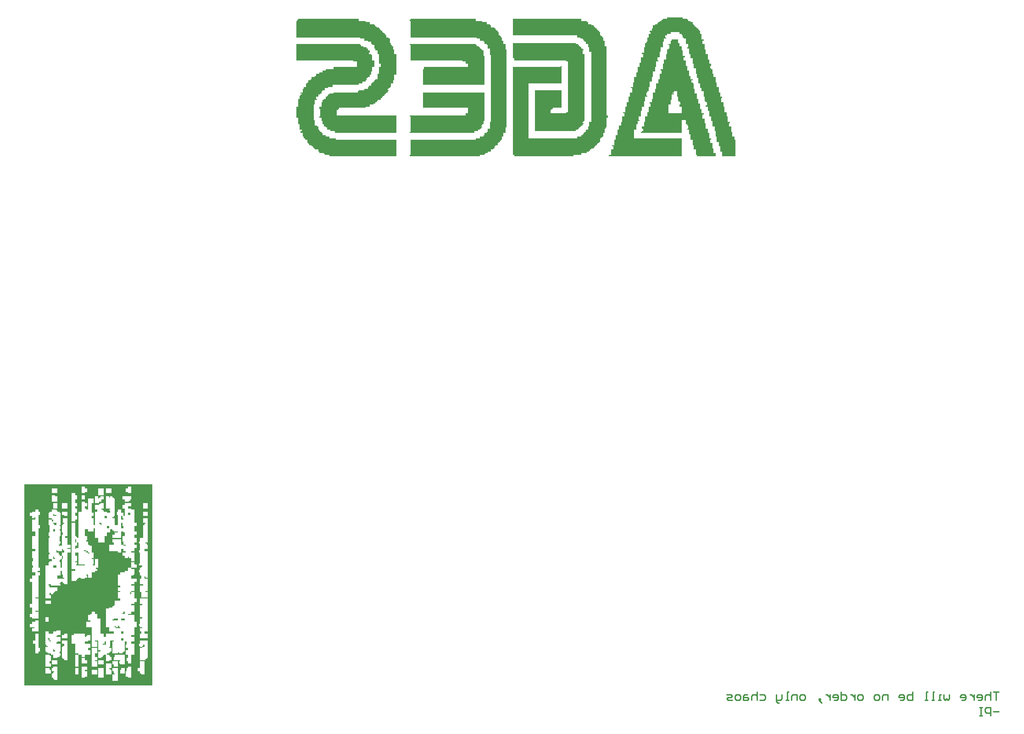
<source format=gbr>
G04*
G04 #@! TF.GenerationSoftware,Altium Limited,Altium Designer,22.4.2 (48)*
G04*
G04 Layer_Color=32896*
%FSLAX25Y25*%
%MOIN*%
G70*
G04*
G04 #@! TF.SameCoordinates,08344E4B-EA76-4565-9D62-395010ACA534*
G04*
G04*
G04 #@! TF.FilePolarity,Positive*
G04*
G01*
G75*
%ADD13C,0.01000*%
G36*
X359800Y499500D02*
X360600D01*
Y498700D01*
X362200D01*
Y497900D01*
X363000D01*
Y497100D01*
X363800D01*
Y496300D01*
X364600D01*
Y495500D01*
X365400D01*
Y494700D01*
Y493900D01*
Y493100D01*
Y492300D01*
Y491500D01*
X366200D01*
Y490700D01*
Y489900D01*
Y489100D01*
Y488300D01*
Y487500D01*
Y486700D01*
Y485900D01*
Y485100D01*
Y484300D01*
Y483500D01*
Y482700D01*
Y481900D01*
Y481100D01*
Y480300D01*
Y479500D01*
Y478700D01*
Y477900D01*
Y477100D01*
Y476300D01*
Y475500D01*
Y474700D01*
Y473900D01*
Y473100D01*
Y472300D01*
Y471500D01*
Y470700D01*
X321400D01*
Y471500D01*
Y472300D01*
Y473100D01*
Y473900D01*
Y474700D01*
Y475500D01*
Y476300D01*
Y477100D01*
Y477900D01*
Y478700D01*
Y479500D01*
Y480300D01*
Y481100D01*
Y481900D01*
X322200D01*
Y482700D01*
Y483500D01*
X354200D01*
Y484300D01*
Y485100D01*
Y485900D01*
X352600D01*
Y486700D01*
Y487500D01*
X350200D01*
Y488300D01*
X312600D01*
Y489100D01*
Y489900D01*
Y490700D01*
Y491500D01*
Y492300D01*
Y493100D01*
Y493900D01*
Y494700D01*
Y495500D01*
Y496300D01*
Y497100D01*
Y497900D01*
Y498700D01*
Y499500D01*
X311800D01*
Y500300D01*
X359800D01*
Y499500D01*
D02*
G37*
G36*
X432600Y500300D02*
X434200D01*
Y499500D01*
X435000D01*
Y498700D01*
X435800D01*
Y497900D01*
X436600D01*
Y497100D01*
X437400D01*
Y496300D01*
X438200D01*
Y495500D01*
X437400D01*
Y494700D01*
Y493900D01*
Y493100D01*
X439000D01*
Y492300D01*
Y491500D01*
Y490700D01*
Y489900D01*
Y489100D01*
Y488300D01*
Y487500D01*
Y486700D01*
Y485900D01*
Y485100D01*
Y484300D01*
Y483500D01*
Y482700D01*
Y481900D01*
Y481100D01*
Y480300D01*
Y479500D01*
Y478700D01*
Y477900D01*
Y477100D01*
Y476300D01*
Y475500D01*
Y474700D01*
Y473900D01*
Y473100D01*
Y472300D01*
Y471500D01*
Y470700D01*
Y469900D01*
Y469100D01*
Y468300D01*
Y467500D01*
Y466700D01*
Y465900D01*
Y465100D01*
Y464300D01*
Y463500D01*
Y462700D01*
Y461900D01*
Y461100D01*
Y460300D01*
Y459500D01*
Y458700D01*
Y457900D01*
Y457100D01*
Y456300D01*
Y455500D01*
Y454700D01*
Y453900D01*
Y453100D01*
Y452300D01*
Y451500D01*
Y450700D01*
Y449900D01*
Y449100D01*
Y448300D01*
Y447500D01*
Y446700D01*
Y445900D01*
Y445100D01*
Y444300D01*
X438200D01*
Y443500D01*
X437400D01*
Y442700D01*
X438200D01*
Y441900D01*
X437400D01*
Y441100D01*
X436600D01*
Y440300D01*
X435800D01*
Y439500D01*
X435000D01*
Y438700D01*
X434200D01*
Y437900D01*
X432600D01*
Y437100D01*
X403000D01*
Y437900D01*
Y438700D01*
Y439500D01*
Y440300D01*
Y441100D01*
Y441900D01*
Y442700D01*
Y443500D01*
Y444300D01*
Y445100D01*
Y445900D01*
Y446700D01*
Y447500D01*
Y448300D01*
Y449100D01*
Y449900D01*
Y450700D01*
Y451500D01*
Y452300D01*
Y453100D01*
Y453900D01*
Y454700D01*
Y455500D01*
Y456300D01*
Y457100D01*
Y457900D01*
Y458700D01*
Y459500D01*
Y460300D01*
Y461100D01*
Y461900D01*
Y462700D01*
Y463500D01*
Y464300D01*
Y465100D01*
Y465900D01*
Y466700D01*
X422200D01*
Y465900D01*
Y465100D01*
Y464300D01*
Y463500D01*
Y462700D01*
Y461900D01*
Y461100D01*
Y460300D01*
Y459500D01*
Y458700D01*
Y457900D01*
Y457100D01*
Y456300D01*
Y455500D01*
Y454700D01*
Y453900D01*
X415800D01*
Y453100D01*
X415000D01*
Y452300D01*
X414200D01*
Y451500D01*
Y450700D01*
Y449900D01*
X425400D01*
Y450700D01*
X427000D01*
Y451500D01*
Y452300D01*
Y453100D01*
Y453900D01*
Y454700D01*
Y455500D01*
Y456300D01*
Y457100D01*
Y457900D01*
Y458700D01*
Y459500D01*
Y460300D01*
Y461100D01*
Y461900D01*
Y462700D01*
Y463500D01*
Y464300D01*
Y465100D01*
Y465900D01*
Y466700D01*
Y467500D01*
Y468300D01*
Y469100D01*
Y469900D01*
Y470700D01*
Y471500D01*
Y472300D01*
Y473100D01*
Y473900D01*
Y474700D01*
Y475500D01*
Y476300D01*
Y477100D01*
Y477900D01*
Y478700D01*
Y479500D01*
Y480300D01*
Y481100D01*
Y481900D01*
Y482700D01*
Y483500D01*
Y484300D01*
Y485100D01*
Y485900D01*
Y486700D01*
Y487500D01*
X425400D01*
Y488300D01*
X387800D01*
Y489100D01*
Y489900D01*
X387000D01*
Y490700D01*
Y491500D01*
Y492300D01*
Y493100D01*
Y493900D01*
Y494700D01*
Y495500D01*
Y496300D01*
Y497100D01*
Y497900D01*
Y498700D01*
Y499500D01*
Y500300D01*
Y501100D01*
X432600D01*
Y500300D01*
D02*
G37*
G36*
X366200Y464300D02*
Y463500D01*
Y462700D01*
Y461900D01*
Y461100D01*
Y460300D01*
Y459500D01*
Y458700D01*
Y457900D01*
Y457100D01*
Y456300D01*
Y455500D01*
Y454700D01*
Y453900D01*
Y453100D01*
Y452300D01*
Y451500D01*
Y450700D01*
Y449900D01*
Y449100D01*
Y448300D01*
Y447500D01*
Y446700D01*
Y445900D01*
Y445100D01*
Y444300D01*
X365400D01*
Y443500D01*
Y442700D01*
Y441900D01*
X364600D01*
Y441100D01*
X363800D01*
Y440300D01*
X364600D01*
Y439500D01*
X363800D01*
Y438700D01*
X363000D01*
Y437900D01*
X361400D01*
Y437100D01*
X359000D01*
Y436300D01*
Y435500D01*
X311800D01*
Y436300D01*
X312600D01*
Y437100D01*
Y437900D01*
Y438700D01*
Y439500D01*
Y440300D01*
Y441100D01*
Y441900D01*
Y442700D01*
Y443500D01*
Y444300D01*
Y445100D01*
Y445900D01*
Y446700D01*
Y447500D01*
X311800D01*
Y448300D01*
X352600D01*
Y449100D01*
Y449900D01*
X354200D01*
Y450700D01*
Y451500D01*
Y452300D01*
Y453100D01*
Y453900D01*
X321400D01*
Y454700D01*
Y455500D01*
Y456300D01*
Y457100D01*
Y457900D01*
Y458700D01*
Y459500D01*
Y460300D01*
Y461100D01*
Y461900D01*
Y462700D01*
Y463500D01*
Y464300D01*
Y465100D01*
X366200D01*
Y464300D01*
D02*
G37*
G36*
X275000Y517900D02*
Y517100D01*
X279800D01*
Y516300D01*
X283000D01*
Y515500D01*
Y514700D01*
X286200D01*
Y513900D01*
X287000D01*
Y513100D01*
X287800D01*
Y512300D01*
X289400D01*
Y511500D01*
X290200D01*
Y510700D01*
X291000D01*
Y509900D01*
X291800D01*
Y509100D01*
X292600D01*
Y508300D01*
X293400D01*
Y507500D01*
X294200D01*
Y506700D01*
X295000D01*
Y505900D01*
Y505100D01*
X296600D01*
Y504300D01*
X297400D01*
Y503500D01*
Y502700D01*
Y501900D01*
Y501100D01*
X298200D01*
Y500300D01*
Y499500D01*
X299000D01*
Y498700D01*
X299800D01*
Y497900D01*
Y497100D01*
Y496300D01*
X300600D01*
Y495500D01*
Y494700D01*
Y493900D01*
Y493100D01*
X302200D01*
Y492300D01*
Y491500D01*
Y490700D01*
Y489900D01*
Y489100D01*
Y488300D01*
Y487500D01*
Y486700D01*
Y485900D01*
Y485100D01*
Y484300D01*
Y483500D01*
Y482700D01*
Y481900D01*
Y481100D01*
Y480300D01*
Y479500D01*
Y478700D01*
Y477900D01*
X300600D01*
Y477100D01*
Y476300D01*
Y475500D01*
Y474700D01*
Y473900D01*
X299800D01*
Y473100D01*
Y472300D01*
Y471500D01*
X298200D01*
Y470700D01*
Y469900D01*
Y469100D01*
X297400D01*
Y468300D01*
X296600D01*
Y467500D01*
X295800D01*
Y466700D01*
X296600D01*
Y465900D01*
X295800D01*
Y465100D01*
X295000D01*
Y464300D01*
X294200D01*
Y463500D01*
X293400D01*
Y462700D01*
X292600D01*
Y461900D01*
X291800D01*
Y461100D01*
X291000D01*
Y460300D01*
Y459500D01*
X288600D01*
Y458700D01*
X287800D01*
Y457900D01*
X287000D01*
Y457100D01*
X285400D01*
Y456300D01*
X283000D01*
Y455500D01*
Y454700D01*
X279800D01*
Y453900D01*
X260600D01*
Y453100D01*
X259800D01*
Y452300D01*
X259000D01*
Y451500D01*
Y450700D01*
Y449900D01*
Y449100D01*
Y448300D01*
X302200D01*
Y447500D01*
Y446700D01*
Y445900D01*
Y445100D01*
Y444300D01*
Y443500D01*
Y442700D01*
Y441900D01*
Y441100D01*
Y440300D01*
Y439500D01*
Y438700D01*
Y437900D01*
Y437100D01*
Y436300D01*
Y435500D01*
X257400D01*
Y436300D01*
Y437100D01*
X254200D01*
Y437900D01*
X251800D01*
Y438700D01*
Y439500D01*
X251000D01*
Y440300D01*
X249400D01*
Y441100D01*
Y441900D01*
X248600D01*
Y442700D01*
Y443500D01*
Y444300D01*
X247800D01*
Y445100D01*
Y445900D01*
Y446700D01*
X246200D01*
Y447500D01*
X247000D01*
Y448300D01*
Y449100D01*
Y449900D01*
Y450700D01*
Y451500D01*
Y452300D01*
Y453100D01*
X246200D01*
Y453900D01*
Y454700D01*
X247800D01*
Y455500D01*
Y456300D01*
Y457100D01*
Y457900D01*
X248600D01*
Y458700D01*
Y459500D01*
X249400D01*
Y460300D01*
X251000D01*
Y461100D01*
Y461900D01*
X251800D01*
Y462700D01*
X252600D01*
Y463500D01*
X253400D01*
Y464300D01*
X256600D01*
Y465100D01*
X274200D01*
Y465900D01*
X275000D01*
Y466700D01*
X279000D01*
Y467500D01*
X281400D01*
Y468300D01*
Y469100D01*
X282200D01*
Y469900D01*
X283800D01*
Y470700D01*
Y471500D01*
X284600D01*
Y472300D01*
X285400D01*
Y473100D01*
X286200D01*
Y473900D01*
X287000D01*
Y474700D01*
X288600D01*
Y475500D01*
Y476300D01*
Y477100D01*
Y477900D01*
Y478700D01*
X289400D01*
Y479500D01*
Y480300D01*
Y481100D01*
Y481900D01*
Y482700D01*
Y483500D01*
X291000D01*
Y484300D01*
Y485100D01*
Y485900D01*
X289400D01*
Y486700D01*
Y487500D01*
Y488300D01*
Y489100D01*
Y489900D01*
Y490700D01*
Y491500D01*
Y492300D01*
Y493100D01*
X288600D01*
Y493900D01*
Y494700D01*
Y495500D01*
X287000D01*
Y496300D01*
Y497100D01*
X286200D01*
Y497900D01*
Y498700D01*
Y499500D01*
X284600D01*
Y500300D01*
X283800D01*
Y501100D01*
Y501900D01*
X281400D01*
Y502700D01*
X279000D01*
Y503500D01*
Y504300D01*
X275800D01*
Y505100D01*
X229400D01*
Y505900D01*
Y506700D01*
Y507500D01*
Y508300D01*
Y509100D01*
Y509900D01*
Y510700D01*
Y511500D01*
Y512300D01*
Y513100D01*
Y513900D01*
Y514700D01*
Y515500D01*
Y516300D01*
Y517100D01*
X230200D01*
Y517900D01*
X231000D01*
Y518700D01*
X275000D01*
Y517900D01*
D02*
G37*
G36*
X436600D02*
Y517100D01*
X440600D01*
Y516300D01*
X441400D01*
Y515500D01*
Y514700D01*
X443800D01*
Y513900D01*
X445400D01*
Y513100D01*
X446200D01*
Y512300D01*
X447000D01*
Y511500D01*
X447800D01*
Y510700D01*
X448600D01*
Y509900D01*
X449400D01*
Y509100D01*
X450200D01*
Y508300D01*
Y507500D01*
Y506700D01*
X451000D01*
Y505900D01*
X451800D01*
Y505100D01*
X452600D01*
Y504300D01*
Y503500D01*
Y502700D01*
X453400D01*
Y501900D01*
Y501100D01*
Y500300D01*
Y499500D01*
Y498700D01*
X455000D01*
Y497900D01*
Y497100D01*
Y496300D01*
Y495500D01*
Y494700D01*
Y493900D01*
Y493100D01*
Y492300D01*
Y491500D01*
Y490700D01*
Y489900D01*
Y489100D01*
Y488300D01*
Y487500D01*
Y486700D01*
Y485900D01*
Y485100D01*
Y484300D01*
Y483500D01*
Y482700D01*
Y481900D01*
Y481100D01*
Y480300D01*
Y479500D01*
Y478700D01*
Y477900D01*
Y477100D01*
Y476300D01*
Y475500D01*
Y474700D01*
Y473900D01*
Y473100D01*
Y472300D01*
Y471500D01*
Y470700D01*
Y469900D01*
Y469100D01*
Y468300D01*
Y467500D01*
Y466700D01*
Y465900D01*
Y465100D01*
Y464300D01*
Y463500D01*
Y462700D01*
Y461900D01*
Y461100D01*
Y460300D01*
Y459500D01*
Y458700D01*
Y457900D01*
Y457100D01*
Y456300D01*
Y455500D01*
Y454700D01*
Y453900D01*
Y453100D01*
Y452300D01*
Y451500D01*
Y450700D01*
Y449900D01*
Y449100D01*
Y448300D01*
X455800D01*
Y447500D01*
Y446700D01*
X455000D01*
Y445900D01*
Y445100D01*
Y444300D01*
Y443500D01*
Y442700D01*
Y441900D01*
Y441100D01*
Y440300D01*
Y439500D01*
X454200D01*
Y438700D01*
X453400D01*
Y437900D01*
Y437100D01*
Y436300D01*
Y435500D01*
X452600D01*
Y434700D01*
Y433900D01*
Y433100D01*
X451800D01*
Y432300D01*
X451000D01*
Y431500D01*
X450200D01*
Y430700D01*
Y429900D01*
Y429100D01*
X449400D01*
Y428300D01*
X448600D01*
Y427500D01*
X447800D01*
Y426700D01*
X447000D01*
Y425900D01*
X446200D01*
Y425100D01*
X445400D01*
Y424300D01*
X443800D01*
Y423500D01*
X443000D01*
Y422700D01*
X442200D01*
Y421900D01*
X440600D01*
Y421100D01*
X436600D01*
Y420300D01*
Y419500D01*
X431000D01*
Y418700D01*
X387800D01*
Y419500D01*
X387000D01*
Y420300D01*
Y421100D01*
Y421900D01*
Y422700D01*
Y423500D01*
Y424300D01*
Y425100D01*
Y425900D01*
Y426700D01*
Y427500D01*
Y428300D01*
Y429100D01*
Y429900D01*
Y430700D01*
Y431500D01*
Y432300D01*
Y433100D01*
Y433900D01*
Y434700D01*
Y435500D01*
Y436300D01*
Y437100D01*
Y437900D01*
Y438700D01*
Y439500D01*
Y440300D01*
Y441100D01*
Y441900D01*
Y442700D01*
Y443500D01*
Y444300D01*
Y445100D01*
Y445900D01*
Y446700D01*
Y447500D01*
Y448300D01*
Y449100D01*
Y449900D01*
Y450700D01*
Y451500D01*
Y452300D01*
Y453100D01*
Y453900D01*
Y454700D01*
Y455500D01*
Y456300D01*
Y457100D01*
Y457900D01*
Y458700D01*
Y459500D01*
Y460300D01*
Y461100D01*
Y461900D01*
Y462700D01*
Y463500D01*
Y464300D01*
Y465100D01*
Y465900D01*
Y466700D01*
Y467500D01*
Y468300D01*
Y469100D01*
Y469900D01*
Y470700D01*
Y471500D01*
Y472300D01*
Y473100D01*
Y473900D01*
Y474700D01*
Y475500D01*
Y476300D01*
Y477100D01*
Y477900D01*
Y478700D01*
Y479500D01*
Y480300D01*
Y481100D01*
Y481900D01*
Y482700D01*
Y483500D01*
X421400D01*
Y484300D01*
X422200D01*
Y483500D01*
Y482700D01*
Y481900D01*
Y481100D01*
Y480300D01*
Y479500D01*
Y478700D01*
Y477900D01*
Y477100D01*
Y476300D01*
Y475500D01*
Y474700D01*
Y473900D01*
Y473100D01*
Y472300D01*
Y471500D01*
X398200D01*
Y470700D01*
Y469900D01*
Y469100D01*
Y468300D01*
Y467500D01*
Y466700D01*
Y465900D01*
Y465100D01*
Y464300D01*
Y463500D01*
Y462700D01*
Y461900D01*
Y461100D01*
Y460300D01*
Y459500D01*
Y458700D01*
Y457900D01*
Y457100D01*
Y456300D01*
Y455500D01*
Y454700D01*
Y453900D01*
Y453100D01*
Y452300D01*
Y451500D01*
Y450700D01*
Y449900D01*
Y449100D01*
Y448300D01*
Y447500D01*
Y446700D01*
Y445900D01*
Y445100D01*
Y444300D01*
Y443500D01*
Y442700D01*
Y441900D01*
Y441100D01*
Y440300D01*
Y439500D01*
Y438700D01*
Y437900D01*
Y437100D01*
Y436300D01*
Y435500D01*
Y434700D01*
Y433900D01*
Y433100D01*
Y432300D01*
Y431500D01*
X433400D01*
Y432300D01*
Y433100D01*
X436600D01*
Y433900D01*
X437400D01*
Y434700D01*
X438200D01*
Y435500D01*
X439000D01*
Y436300D01*
X439800D01*
Y437100D01*
Y437900D01*
X441400D01*
Y438700D01*
Y439500D01*
Y440300D01*
X442200D01*
Y441100D01*
Y441900D01*
Y442700D01*
Y443500D01*
X443800D01*
Y444300D01*
Y445100D01*
Y445900D01*
Y446700D01*
Y447500D01*
Y448300D01*
Y449100D01*
Y449900D01*
Y450700D01*
Y451500D01*
Y452300D01*
Y453100D01*
Y453900D01*
Y454700D01*
Y455500D01*
Y456300D01*
Y457100D01*
Y457900D01*
Y458700D01*
Y459500D01*
Y460300D01*
Y461100D01*
Y461900D01*
Y462700D01*
Y463500D01*
Y464300D01*
Y465100D01*
Y465900D01*
Y466700D01*
Y467500D01*
Y468300D01*
Y469100D01*
Y469900D01*
Y470700D01*
Y471500D01*
Y472300D01*
Y473100D01*
Y473900D01*
Y474700D01*
Y475500D01*
Y476300D01*
Y477100D01*
Y477900D01*
Y478700D01*
Y479500D01*
Y480300D01*
Y481100D01*
Y481900D01*
Y482700D01*
Y483500D01*
Y484300D01*
Y485100D01*
Y485900D01*
Y486700D01*
Y487500D01*
Y488300D01*
Y489100D01*
Y489900D01*
Y490700D01*
Y491500D01*
Y492300D01*
Y493100D01*
Y493900D01*
Y494700D01*
X442200D01*
Y495500D01*
Y496300D01*
Y497100D01*
Y497900D01*
X441400D01*
Y498700D01*
Y499500D01*
Y500300D01*
X439800D01*
Y501100D01*
Y501900D01*
X439000D01*
Y502700D01*
X438200D01*
Y503500D01*
X437400D01*
Y504300D01*
X435800D01*
Y505100D01*
X433400D01*
Y505900D01*
Y506700D01*
X387000D01*
Y507500D01*
Y508300D01*
Y509100D01*
Y509900D01*
Y510700D01*
Y511500D01*
Y512300D01*
Y513100D01*
Y513900D01*
Y514700D01*
Y515500D01*
Y516300D01*
Y517100D01*
Y517900D01*
Y518700D01*
X436600D01*
Y517900D01*
D02*
G37*
G36*
X510200Y518700D02*
X513400D01*
Y517900D01*
X514200D01*
Y517100D01*
X515800D01*
Y516300D01*
X517400D01*
Y515500D01*
Y514700D01*
X518200D01*
Y513900D01*
X519000D01*
Y513100D01*
X519800D01*
Y512300D01*
X520600D01*
Y511500D01*
X521400D01*
Y510700D01*
X522200D01*
Y509900D01*
X523000D01*
Y509100D01*
Y508300D01*
Y507500D01*
X523800D01*
Y506700D01*
Y505900D01*
Y505100D01*
Y504300D01*
Y503500D01*
X525400D01*
Y502700D01*
X524600D01*
Y501900D01*
Y501100D01*
Y500300D01*
X526200D01*
Y499500D01*
Y498700D01*
Y497900D01*
Y497100D01*
Y496300D01*
X527000D01*
Y495500D01*
Y494700D01*
Y493900D01*
Y493100D01*
X528600D01*
Y492300D01*
Y491500D01*
Y490700D01*
Y489900D01*
Y489100D01*
X529400D01*
Y488300D01*
Y487500D01*
Y486700D01*
Y485900D01*
X531000D01*
Y485100D01*
Y484300D01*
X530200D01*
Y483500D01*
Y482700D01*
X531000D01*
Y481900D01*
X531800D01*
Y481100D01*
Y480300D01*
Y479500D01*
Y478700D01*
X532600D01*
Y477900D01*
Y477100D01*
Y476300D01*
X534200D01*
Y475500D01*
Y474700D01*
Y473900D01*
Y473100D01*
Y472300D01*
X535000D01*
Y471500D01*
Y470700D01*
Y469900D01*
Y469100D01*
X536600D01*
Y468300D01*
Y467500D01*
Y466700D01*
Y465900D01*
Y465100D01*
X537400D01*
Y464300D01*
Y463500D01*
Y462700D01*
Y461900D01*
X539000D01*
Y461100D01*
X538200D01*
Y460300D01*
Y459500D01*
Y458700D01*
Y457900D01*
X539800D01*
Y457100D01*
Y456300D01*
Y455500D01*
Y454700D01*
X540600D01*
Y453900D01*
Y453100D01*
Y452300D01*
Y451500D01*
Y450700D01*
X542200D01*
Y449900D01*
Y449100D01*
Y448300D01*
Y447500D01*
X543000D01*
Y446700D01*
Y445900D01*
Y445100D01*
Y444300D01*
Y443500D01*
X544600D01*
Y442700D01*
X543800D01*
Y441900D01*
Y441100D01*
Y440300D01*
X545400D01*
Y439500D01*
Y438700D01*
Y437900D01*
Y437100D01*
Y436300D01*
X546200D01*
Y435500D01*
Y434700D01*
Y433900D01*
Y433100D01*
X547800D01*
Y432300D01*
Y431500D01*
Y430700D01*
X548600D01*
Y429900D01*
Y429100D01*
Y428300D01*
Y427500D01*
Y426700D01*
Y425900D01*
Y425100D01*
Y424300D01*
Y423500D01*
Y422700D01*
Y421900D01*
Y421100D01*
Y420300D01*
Y419500D01*
Y418700D01*
X539000D01*
Y419500D01*
Y420300D01*
Y421100D01*
Y421900D01*
X537400D01*
Y422700D01*
Y423500D01*
Y424300D01*
Y425100D01*
Y425900D01*
X536600D01*
Y426700D01*
Y427500D01*
Y428300D01*
Y429100D01*
X535000D01*
Y429900D01*
Y430700D01*
Y431500D01*
Y432300D01*
Y433100D01*
X534200D01*
Y433900D01*
Y434700D01*
Y435500D01*
Y436300D01*
Y437100D01*
X533400D01*
Y437900D01*
Y438700D01*
Y439500D01*
Y440300D01*
X531800D01*
Y441100D01*
Y441900D01*
Y442700D01*
Y443500D01*
Y444300D01*
X531000D01*
Y445100D01*
Y445900D01*
Y446700D01*
Y447500D01*
X529400D01*
Y448300D01*
Y449100D01*
Y449900D01*
Y450700D01*
Y451500D01*
X528600D01*
Y452300D01*
Y453100D01*
Y453900D01*
Y454700D01*
X527000D01*
Y455500D01*
X527800D01*
Y456300D01*
Y457100D01*
Y457900D01*
X527000D01*
Y458700D01*
X526200D01*
Y459500D01*
Y460300D01*
Y461100D01*
Y461900D01*
X525400D01*
Y462700D01*
Y463500D01*
Y464300D01*
Y465100D01*
Y465900D01*
X523800D01*
Y466700D01*
Y467500D01*
Y468300D01*
X523000D01*
Y469100D01*
Y469900D01*
Y470700D01*
Y471500D01*
X521400D01*
Y472300D01*
Y473100D01*
Y473900D01*
Y474700D01*
Y475500D01*
X520600D01*
Y476300D01*
Y477100D01*
Y477900D01*
Y478700D01*
X519800D01*
Y479500D01*
Y480300D01*
Y481100D01*
Y481900D01*
Y482700D01*
X518200D01*
Y483500D01*
Y484300D01*
Y485100D01*
Y485900D01*
X517400D01*
Y486700D01*
Y487500D01*
Y488300D01*
Y489100D01*
Y489900D01*
X515800D01*
Y490700D01*
Y491500D01*
Y492300D01*
Y493100D01*
X515000D01*
Y493900D01*
Y494700D01*
Y495500D01*
Y496300D01*
Y497100D01*
X513400D01*
Y497900D01*
X514200D01*
Y498700D01*
Y499500D01*
Y500300D01*
X512600D01*
Y501100D01*
Y501900D01*
Y502700D01*
Y503500D01*
Y504300D01*
X511000D01*
Y505100D01*
X510200D01*
Y505900D01*
Y506700D01*
X509400D01*
Y507500D01*
X507800D01*
Y508300D01*
Y509100D01*
X501400D01*
Y508300D01*
Y507500D01*
X499000D01*
Y506700D01*
X497400D01*
Y505900D01*
Y505100D01*
X498200D01*
Y504300D01*
X496600D01*
Y503500D01*
Y502700D01*
Y501900D01*
X495800D01*
Y501100D01*
Y500300D01*
Y499500D01*
Y498700D01*
Y497900D01*
X494200D01*
Y497100D01*
Y496300D01*
Y495500D01*
Y494700D01*
X493400D01*
Y493900D01*
Y493100D01*
Y492300D01*
Y491500D01*
Y490700D01*
X491800D01*
Y489900D01*
Y489100D01*
Y488300D01*
X492600D01*
Y487500D01*
X491000D01*
Y486700D01*
Y485900D01*
Y485100D01*
Y484300D01*
Y483500D01*
X490200D01*
Y482700D01*
Y481900D01*
Y481100D01*
Y480300D01*
X488600D01*
Y479500D01*
Y478700D01*
Y477900D01*
Y477100D01*
Y476300D01*
X487800D01*
Y475500D01*
Y474700D01*
Y473900D01*
Y473100D01*
X486200D01*
Y472300D01*
Y471500D01*
Y470700D01*
Y469900D01*
Y469100D01*
X485400D01*
Y468300D01*
Y467500D01*
Y466700D01*
Y465900D01*
X484600D01*
Y465100D01*
X483800D01*
Y464300D01*
Y463500D01*
Y462700D01*
X484600D01*
Y461900D01*
X483000D01*
Y461100D01*
Y460300D01*
Y459500D01*
Y458700D01*
X482200D01*
Y457900D01*
Y457100D01*
Y456300D01*
Y455500D01*
Y454700D01*
X480600D01*
Y453900D01*
Y453100D01*
Y452300D01*
Y451500D01*
X479800D01*
Y450700D01*
Y449900D01*
Y449100D01*
Y448300D01*
Y447500D01*
X478200D01*
Y446700D01*
Y445900D01*
Y445100D01*
X479000D01*
Y444300D01*
X477400D01*
Y443500D01*
Y442700D01*
Y441900D01*
X476600D01*
Y441100D01*
Y440300D01*
Y439500D01*
Y438700D01*
Y437900D01*
X475000D01*
Y437100D01*
Y436300D01*
Y435500D01*
Y434700D01*
Y433900D01*
Y433100D01*
Y432300D01*
Y431500D01*
X509400D01*
Y430700D01*
Y429900D01*
Y429100D01*
Y428300D01*
Y427500D01*
Y426700D01*
Y425900D01*
Y425100D01*
Y424300D01*
Y423500D01*
Y422700D01*
Y421900D01*
Y421100D01*
Y420300D01*
Y419500D01*
Y418700D01*
X456600D01*
Y419500D01*
X458200D01*
Y420300D01*
Y421100D01*
Y421900D01*
Y422700D01*
Y423500D01*
X459800D01*
Y424300D01*
Y425100D01*
Y425900D01*
X459000D01*
Y426700D01*
X460600D01*
Y427500D01*
Y428300D01*
Y429100D01*
Y429900D01*
Y430700D01*
X461400D01*
Y431500D01*
Y432300D01*
Y433100D01*
Y433900D01*
X463000D01*
Y434700D01*
Y435500D01*
Y436300D01*
Y437100D01*
Y437900D01*
X463800D01*
Y438700D01*
Y439500D01*
Y440300D01*
Y441100D01*
X465400D01*
Y441900D01*
Y442700D01*
Y443500D01*
X466200D01*
Y444300D01*
Y445100D01*
Y445900D01*
Y446700D01*
Y447500D01*
X467800D01*
Y448300D01*
Y449100D01*
Y449900D01*
X467000D01*
Y450700D01*
X468600D01*
Y451500D01*
Y452300D01*
Y453100D01*
Y453900D01*
Y454700D01*
X469400D01*
Y455500D01*
Y456300D01*
Y457100D01*
Y457900D01*
X471000D01*
Y458700D01*
Y459500D01*
Y460300D01*
Y461100D01*
Y461900D01*
X471800D01*
Y462700D01*
Y463500D01*
Y464300D01*
Y465100D01*
X473400D01*
Y465900D01*
Y466700D01*
Y467500D01*
Y468300D01*
X472600D01*
Y469100D01*
X474200D01*
Y469900D01*
Y470700D01*
Y471500D01*
Y472300D01*
X475000D01*
Y473100D01*
Y473900D01*
Y474700D01*
Y475500D01*
Y476300D01*
X476600D01*
Y477100D01*
Y477900D01*
Y478700D01*
Y479500D01*
X477400D01*
Y480300D01*
Y481100D01*
Y481900D01*
Y482700D01*
Y483500D01*
X479000D01*
Y484300D01*
Y485100D01*
Y485900D01*
Y486700D01*
X479800D01*
Y487500D01*
Y488300D01*
Y489100D01*
Y489900D01*
Y490700D01*
X481400D01*
Y491500D01*
Y492300D01*
Y493100D01*
X480600D01*
Y493900D01*
X482200D01*
Y494700D01*
Y495500D01*
Y496300D01*
Y497100D01*
Y497900D01*
X483000D01*
Y498700D01*
Y499500D01*
Y500300D01*
Y501100D01*
X483800D01*
Y501900D01*
X484600D01*
Y502700D01*
Y503500D01*
Y504300D01*
Y505100D01*
X485400D01*
Y505900D01*
Y506700D01*
Y507500D01*
X487000D01*
Y508300D01*
Y509100D01*
X486200D01*
Y509900D01*
X487800D01*
Y510700D01*
Y511500D01*
X488600D01*
Y512300D01*
Y513100D01*
Y513900D01*
X490200D01*
Y514700D01*
X491800D01*
Y515500D01*
X492600D01*
Y516300D01*
X493400D01*
Y517100D01*
X495000D01*
Y517900D01*
X495800D01*
Y518700D01*
X499000D01*
Y519500D01*
X510200D01*
Y518700D01*
D02*
G37*
G36*
X507000Y502700D02*
Y501900D01*
Y501100D01*
X507800D01*
Y500300D01*
Y499500D01*
Y498700D01*
X509400D01*
Y497900D01*
Y497100D01*
Y496300D01*
Y495500D01*
X510200D01*
Y494700D01*
Y493900D01*
Y493100D01*
Y492300D01*
Y491500D01*
X511800D01*
Y490700D01*
X511000D01*
Y489900D01*
Y489100D01*
Y488300D01*
X512600D01*
Y487500D01*
Y486700D01*
Y485900D01*
Y485100D01*
Y484300D01*
X513400D01*
Y483500D01*
Y482700D01*
Y481900D01*
Y481100D01*
X515000D01*
Y480300D01*
Y479500D01*
Y478700D01*
Y477900D01*
Y477100D01*
X515800D01*
Y476300D01*
Y475500D01*
Y474700D01*
X517400D01*
Y473900D01*
X516600D01*
Y473100D01*
Y472300D01*
X517400D01*
Y471500D01*
X518200D01*
Y470700D01*
Y469900D01*
Y469100D01*
Y468300D01*
Y467500D01*
X519000D01*
Y466700D01*
Y465900D01*
Y465100D01*
Y464300D01*
X520600D01*
Y463500D01*
Y462700D01*
Y461900D01*
Y461100D01*
Y460300D01*
X521400D01*
Y459500D01*
Y458700D01*
Y457900D01*
Y457100D01*
X523000D01*
Y456300D01*
Y455500D01*
Y454700D01*
Y453900D01*
Y453100D01*
X523800D01*
Y452300D01*
Y451500D01*
Y450700D01*
Y449900D01*
X525400D01*
Y449100D01*
X524600D01*
Y448300D01*
Y447500D01*
Y446700D01*
Y445900D01*
X526200D01*
Y445100D01*
Y444300D01*
Y443500D01*
Y442700D01*
X527000D01*
Y441900D01*
Y441100D01*
Y440300D01*
Y439500D01*
Y438700D01*
X528600D01*
Y437900D01*
Y437100D01*
Y436300D01*
Y435500D01*
X529400D01*
Y434700D01*
Y433900D01*
Y433100D01*
Y432300D01*
Y431500D01*
X531000D01*
Y430700D01*
X530200D01*
Y429900D01*
Y429100D01*
Y428300D01*
X531800D01*
Y427500D01*
Y426700D01*
Y425900D01*
Y425100D01*
Y424300D01*
X532600D01*
Y423500D01*
Y422700D01*
Y421900D01*
Y421100D01*
X534200D01*
Y420300D01*
Y419500D01*
Y418700D01*
X520600D01*
Y419500D01*
X519800D01*
Y420300D01*
Y421100D01*
Y421900D01*
Y422700D01*
Y423500D01*
X518200D01*
Y424300D01*
Y425100D01*
Y425900D01*
Y426700D01*
X517400D01*
Y427500D01*
Y428300D01*
Y429100D01*
Y429900D01*
Y430700D01*
X515800D01*
Y431500D01*
Y432300D01*
Y433100D01*
Y433900D01*
Y434700D01*
X515000D01*
Y435500D01*
Y436300D01*
Y437100D01*
Y437900D01*
X513400D01*
Y438700D01*
X514200D01*
Y439500D01*
Y440300D01*
Y441100D01*
X513400D01*
Y441900D01*
X512600D01*
Y442700D01*
Y443500D01*
Y444300D01*
Y445100D01*
X509400D01*
Y444300D01*
Y443500D01*
Y442700D01*
Y441900D01*
Y441100D01*
Y440300D01*
Y439500D01*
Y438700D01*
Y437900D01*
Y437100D01*
Y436300D01*
Y435500D01*
X479800D01*
Y436300D01*
X480600D01*
Y437100D01*
X481400D01*
Y437900D01*
Y438700D01*
X480600D01*
Y439500D01*
Y440300D01*
X482200D01*
Y441100D01*
Y441900D01*
Y442700D01*
Y443500D01*
X483000D01*
Y444300D01*
Y445100D01*
Y445900D01*
Y446700D01*
Y447500D01*
X484600D01*
Y448300D01*
Y449100D01*
Y449900D01*
Y450700D01*
X485400D01*
Y451500D01*
Y452300D01*
Y453100D01*
Y453900D01*
Y454700D01*
X487000D01*
Y455500D01*
Y456300D01*
Y457100D01*
X486200D01*
Y457900D01*
X487800D01*
Y458700D01*
Y459500D01*
Y460300D01*
X488600D01*
Y461100D01*
Y461900D01*
Y462700D01*
Y463500D01*
Y464300D01*
Y465100D01*
X490200D01*
Y465900D01*
Y466700D01*
Y467500D01*
X491000D01*
Y468300D01*
Y469100D01*
Y469900D01*
Y470700D01*
Y471500D01*
X492600D01*
Y472300D01*
Y473100D01*
Y473900D01*
Y474700D01*
X493400D01*
Y475500D01*
Y476300D01*
Y477100D01*
Y477900D01*
Y478700D01*
X495000D01*
Y479500D01*
Y480300D01*
Y481100D01*
X494200D01*
Y481900D01*
X495800D01*
Y482700D01*
Y483500D01*
Y484300D01*
Y485100D01*
Y485900D01*
X496600D01*
Y486700D01*
Y487500D01*
Y488300D01*
Y489100D01*
X498200D01*
Y489900D01*
Y490700D01*
Y491500D01*
Y492300D01*
Y493100D01*
X499000D01*
Y493900D01*
Y494700D01*
Y495500D01*
Y496300D01*
X499800D01*
Y497100D01*
X500600D01*
Y497900D01*
Y498700D01*
Y499500D01*
X499800D01*
Y500300D01*
X501400D01*
Y501100D01*
Y501900D01*
Y502700D01*
X502200D01*
Y503500D01*
X507000D01*
Y502700D01*
D02*
G37*
G36*
X359800Y517900D02*
Y517100D01*
X364600D01*
Y516300D01*
X367800D01*
Y515500D01*
Y514700D01*
X370200D01*
Y513900D01*
X371000D01*
Y513100D01*
Y512300D01*
X373400D01*
Y511500D01*
X374200D01*
Y510700D01*
X375000D01*
Y509900D01*
X375800D01*
Y509100D01*
X376600D01*
Y508300D01*
Y507500D01*
Y506700D01*
X377400D01*
Y505900D01*
X378200D01*
Y505100D01*
X379000D01*
Y504300D01*
Y503500D01*
Y502700D01*
X379800D01*
Y501900D01*
Y501100D01*
Y500300D01*
X381400D01*
Y499500D01*
Y498700D01*
Y497900D01*
Y497100D01*
Y496300D01*
X382200D01*
Y495500D01*
Y494700D01*
Y493900D01*
Y493100D01*
Y492300D01*
Y491500D01*
Y490700D01*
Y489900D01*
Y489100D01*
Y488300D01*
Y487500D01*
Y486700D01*
Y485900D01*
Y485100D01*
Y484300D01*
Y483500D01*
Y482700D01*
Y481900D01*
Y481100D01*
Y480300D01*
Y479500D01*
Y478700D01*
Y477900D01*
Y477100D01*
Y476300D01*
Y475500D01*
Y474700D01*
Y473900D01*
Y473100D01*
Y472300D01*
Y471500D01*
Y470700D01*
Y469900D01*
Y469100D01*
Y468300D01*
Y467500D01*
Y466700D01*
Y465900D01*
Y465100D01*
Y464300D01*
Y463500D01*
Y462700D01*
Y461900D01*
Y461100D01*
Y460300D01*
Y459500D01*
Y458700D01*
Y457900D01*
Y457100D01*
Y456300D01*
Y455500D01*
Y454700D01*
Y453900D01*
Y453100D01*
Y452300D01*
Y451500D01*
Y450700D01*
Y449900D01*
Y449100D01*
Y448300D01*
Y447500D01*
Y446700D01*
Y445900D01*
Y445100D01*
Y444300D01*
Y443500D01*
Y442700D01*
Y441900D01*
Y441100D01*
Y440300D01*
Y439500D01*
X381400D01*
Y438700D01*
Y437900D01*
Y437100D01*
Y436300D01*
Y435500D01*
X379800D01*
Y434700D01*
Y433900D01*
Y433100D01*
X379000D01*
Y432300D01*
Y431500D01*
Y430700D01*
X378200D01*
Y429900D01*
X377400D01*
Y429100D01*
X376600D01*
Y428300D01*
X375800D01*
Y427500D01*
Y426700D01*
X374200D01*
Y425900D01*
X373400D01*
Y425100D01*
Y424300D01*
X372600D01*
Y423500D01*
X371000D01*
Y422700D01*
Y421900D01*
X368600D01*
Y421100D01*
X367000D01*
Y420300D01*
X366200D01*
Y419500D01*
X363000D01*
Y418700D01*
X311800D01*
Y419500D01*
X312600D01*
Y420300D01*
Y421100D01*
Y421900D01*
Y422700D01*
Y423500D01*
Y424300D01*
Y425100D01*
Y425900D01*
Y426700D01*
Y427500D01*
Y428300D01*
Y429100D01*
Y429900D01*
Y430700D01*
X359800D01*
Y431500D01*
X363000D01*
Y432300D01*
Y433100D01*
X365400D01*
Y433900D01*
X366200D01*
Y434700D01*
Y435500D01*
X367800D01*
Y436300D01*
X368600D01*
Y437100D01*
Y437900D01*
Y438700D01*
X370200D01*
Y439500D01*
Y440300D01*
Y441100D01*
Y441900D01*
Y442700D01*
Y443500D01*
X371000D01*
Y444300D01*
Y445100D01*
Y445900D01*
Y446700D01*
Y447500D01*
Y448300D01*
Y449100D01*
Y449900D01*
Y450700D01*
Y451500D01*
Y452300D01*
Y453100D01*
Y453900D01*
Y454700D01*
Y455500D01*
Y456300D01*
Y457100D01*
Y457900D01*
Y458700D01*
Y459500D01*
Y460300D01*
Y461100D01*
Y461900D01*
Y462700D01*
Y463500D01*
Y464300D01*
Y465100D01*
Y465900D01*
Y466700D01*
Y467500D01*
Y468300D01*
Y469100D01*
Y469900D01*
Y470700D01*
Y471500D01*
Y472300D01*
Y473100D01*
Y473900D01*
Y474700D01*
Y475500D01*
Y476300D01*
Y477100D01*
Y477900D01*
Y478700D01*
Y479500D01*
Y480300D01*
Y481100D01*
Y481900D01*
Y482700D01*
Y483500D01*
Y484300D01*
Y485100D01*
Y485900D01*
Y486700D01*
Y487500D01*
Y488300D01*
Y489100D01*
Y489900D01*
Y490700D01*
Y491500D01*
Y492300D01*
X370200D01*
Y493100D01*
Y493900D01*
Y494700D01*
Y495500D01*
Y496300D01*
Y497100D01*
X368600D01*
Y497900D01*
Y498700D01*
Y499500D01*
X367800D01*
Y500300D01*
X366200D01*
Y501100D01*
Y501900D01*
X365400D01*
Y502700D01*
X363000D01*
Y503500D01*
Y504300D01*
X360600D01*
Y505100D01*
X312600D01*
Y505900D01*
Y506700D01*
Y507500D01*
Y508300D01*
Y509100D01*
Y509900D01*
Y510700D01*
Y511500D01*
Y512300D01*
Y513100D01*
Y513900D01*
Y514700D01*
Y515500D01*
Y516300D01*
Y517100D01*
X311800D01*
Y517900D01*
X312600D01*
Y518700D01*
X359800D01*
Y517900D01*
D02*
G37*
G36*
X275800Y499500D02*
X276600D01*
Y498700D01*
X278200D01*
Y497900D01*
X280600D01*
Y497100D01*
X281400D01*
Y496300D01*
Y495500D01*
X283000D01*
Y494700D01*
Y493900D01*
X282200D01*
Y493100D01*
X283800D01*
Y492300D01*
X284600D01*
Y491500D01*
Y490700D01*
Y489900D01*
Y489100D01*
Y488300D01*
X286200D01*
Y487500D01*
Y486700D01*
Y485900D01*
Y485100D01*
Y484300D01*
Y483500D01*
X284600D01*
Y482700D01*
Y481900D01*
Y481100D01*
Y480300D01*
X283800D01*
Y479500D01*
Y478700D01*
Y477900D01*
X283000D01*
Y477100D01*
Y476300D01*
X281400D01*
Y475500D01*
X280600D01*
Y474700D01*
Y473900D01*
X279800D01*
Y473100D01*
X277400D01*
Y472300D01*
Y471500D01*
X275000D01*
Y470700D01*
X255800D01*
Y469900D01*
Y469100D01*
X252600D01*
Y468300D01*
X250200D01*
Y467500D01*
Y466700D01*
X248600D01*
Y465900D01*
X247800D01*
Y465100D01*
Y464300D01*
X247000D01*
Y463500D01*
X245400D01*
Y462700D01*
Y461900D01*
X243800D01*
Y461100D01*
Y460300D01*
X244600D01*
Y459500D01*
X243000D01*
Y458700D01*
Y457900D01*
Y457100D01*
Y456300D01*
X242200D01*
Y455500D01*
Y454700D01*
Y453900D01*
Y453100D01*
Y452300D01*
Y451500D01*
Y450700D01*
Y449900D01*
Y449100D01*
Y448300D01*
Y447500D01*
Y446700D01*
Y445900D01*
Y445100D01*
X243000D01*
Y444300D01*
Y443500D01*
Y442700D01*
Y441900D01*
Y441100D01*
X244600D01*
Y440300D01*
X245400D01*
Y439500D01*
Y438700D01*
Y437900D01*
X246200D01*
Y437100D01*
X247000D01*
Y436300D01*
X247800D01*
Y435500D01*
X248600D01*
Y434700D01*
Y433900D01*
X251000D01*
Y433100D01*
X253400D01*
Y432300D01*
Y431500D01*
X258200D01*
Y430700D01*
X302200D01*
Y429900D01*
Y429100D01*
Y428300D01*
Y427500D01*
Y426700D01*
Y425900D01*
Y425100D01*
Y424300D01*
Y423500D01*
Y422700D01*
Y421900D01*
Y421100D01*
Y420300D01*
Y419500D01*
Y418700D01*
X253400D01*
Y419500D01*
X250200D01*
Y420300D01*
X249400D01*
Y421100D01*
X246200D01*
Y421900D01*
X245400D01*
Y422700D01*
Y423500D01*
X243000D01*
Y424300D01*
X242200D01*
Y425100D01*
X241400D01*
Y425900D01*
X240600D01*
Y426700D01*
X239000D01*
Y427500D01*
X238200D01*
Y428300D01*
X237400D01*
Y429100D01*
Y429900D01*
Y430700D01*
X235800D01*
Y431500D01*
X235000D01*
Y432300D01*
Y433100D01*
X234200D01*
Y433900D01*
Y434700D01*
Y435500D01*
X232600D01*
Y436300D01*
Y437100D01*
X233400D01*
Y437900D01*
X231800D01*
Y438700D01*
Y439500D01*
Y440300D01*
Y441100D01*
Y441900D01*
X231000D01*
Y442700D01*
Y443500D01*
Y444300D01*
Y445100D01*
Y445900D01*
Y446700D01*
X229400D01*
Y447500D01*
Y448300D01*
Y449100D01*
Y449900D01*
Y450700D01*
Y451500D01*
Y452300D01*
Y453100D01*
Y453900D01*
Y454700D01*
X231000D01*
Y455500D01*
Y456300D01*
Y457100D01*
Y457900D01*
Y458700D01*
Y459500D01*
Y460300D01*
X231800D01*
Y461100D01*
Y461900D01*
Y462700D01*
X232600D01*
Y463500D01*
X233400D01*
Y464300D01*
X232600D01*
Y465100D01*
X234200D01*
Y465900D01*
Y466700D01*
Y467500D01*
X235000D01*
Y468300D01*
Y469100D01*
X236600D01*
Y469900D01*
Y470700D01*
Y471500D01*
X237400D01*
Y472300D01*
X238200D01*
Y473100D01*
Y473900D01*
X239800D01*
Y474700D01*
X240600D01*
Y475500D01*
Y476300D01*
X243000D01*
Y477100D01*
X243800D01*
Y477900D01*
Y478700D01*
X246200D01*
Y479500D01*
X248600D01*
Y480300D01*
Y481100D01*
X251000D01*
Y481900D01*
X256600D01*
Y482700D01*
Y483500D01*
X273400D01*
Y484300D01*
Y485100D01*
Y485900D01*
Y486700D01*
Y487500D01*
X271000D01*
Y488300D01*
X229400D01*
Y489100D01*
Y489900D01*
Y490700D01*
Y491500D01*
Y492300D01*
Y493100D01*
Y493900D01*
Y494700D01*
Y495500D01*
Y496300D01*
Y497100D01*
Y497900D01*
Y498700D01*
Y499500D01*
Y500300D01*
X275800D01*
Y499500D01*
D02*
G37*
G36*
X124700Y179200D02*
Y178400D01*
Y177600D01*
Y176800D01*
Y176000D01*
Y175200D01*
Y174400D01*
Y173600D01*
Y172800D01*
Y172000D01*
Y171200D01*
Y170400D01*
Y169600D01*
Y168800D01*
Y168000D01*
Y167200D01*
Y166400D01*
Y165600D01*
Y164800D01*
Y164000D01*
Y163200D01*
Y162400D01*
Y161600D01*
Y160800D01*
Y160000D01*
Y159200D01*
Y158400D01*
Y157600D01*
Y156800D01*
Y156000D01*
Y155200D01*
Y154400D01*
Y153600D01*
Y152800D01*
Y152000D01*
Y151200D01*
Y150400D01*
Y149600D01*
Y148800D01*
Y148000D01*
Y147200D01*
Y146400D01*
Y145600D01*
Y144800D01*
Y144000D01*
Y143200D01*
Y142400D01*
Y141600D01*
Y140800D01*
Y140000D01*
Y139200D01*
Y138400D01*
Y137600D01*
Y136800D01*
Y136000D01*
Y135200D01*
Y134400D01*
Y133600D01*
Y132800D01*
Y132000D01*
Y131200D01*
Y130400D01*
Y129600D01*
Y128800D01*
Y128000D01*
Y127200D01*
Y126400D01*
Y125600D01*
Y124800D01*
Y124000D01*
Y123200D01*
Y122400D01*
Y121600D01*
Y120800D01*
Y120000D01*
Y119200D01*
Y118400D01*
Y117600D01*
Y116800D01*
Y116000D01*
Y115200D01*
Y114400D01*
Y113600D01*
Y112800D01*
Y112000D01*
Y111200D01*
Y110400D01*
Y109600D01*
Y108800D01*
Y108000D01*
Y107200D01*
Y106400D01*
Y105600D01*
Y104800D01*
Y104000D01*
Y103200D01*
Y102400D01*
Y101600D01*
Y100800D01*
Y100000D01*
Y99200D01*
Y98400D01*
Y97600D01*
Y96800D01*
Y96000D01*
Y95200D01*
Y94400D01*
Y93600D01*
Y92800D01*
Y92000D01*
Y91200D01*
Y90400D01*
Y89600D01*
Y88800D01*
Y88000D01*
Y87200D01*
Y86400D01*
Y85600D01*
Y84800D01*
Y84000D01*
Y83200D01*
Y82400D01*
Y81600D01*
Y80800D01*
Y80000D01*
Y79200D01*
Y78400D01*
Y77600D01*
Y76800D01*
Y76000D01*
Y75200D01*
Y74400D01*
Y73600D01*
Y72800D01*
Y72000D01*
Y71200D01*
Y70400D01*
Y69600D01*
Y68800D01*
Y68000D01*
Y67200D01*
Y66400D01*
Y65600D01*
Y64800D01*
Y64000D01*
Y63200D01*
Y62400D01*
Y61600D01*
Y60800D01*
Y60000D01*
Y59200D01*
Y58400D01*
Y57600D01*
Y56800D01*
Y56000D01*
Y55200D01*
Y54400D01*
Y53600D01*
Y52800D01*
Y52000D01*
Y51200D01*
Y50400D01*
Y49600D01*
Y48800D01*
Y48000D01*
Y47200D01*
Y46400D01*
Y45600D01*
Y44800D01*
Y44000D01*
Y43200D01*
Y42400D01*
Y41600D01*
Y40800D01*
Y40000D01*
Y39200D01*
Y38400D01*
Y37600D01*
Y36800D01*
Y36000D01*
Y35200D01*
Y34400D01*
Y33600D01*
X31900D01*
Y34400D01*
Y35200D01*
Y36000D01*
Y36800D01*
Y37600D01*
Y38400D01*
Y39200D01*
Y40000D01*
Y40800D01*
Y41600D01*
Y42400D01*
Y43200D01*
Y44000D01*
Y44800D01*
Y45600D01*
Y46400D01*
Y47200D01*
Y48000D01*
Y48800D01*
Y49600D01*
Y50400D01*
Y51200D01*
Y52000D01*
Y52800D01*
Y53600D01*
Y54400D01*
Y55200D01*
Y56000D01*
Y56800D01*
Y57600D01*
Y58400D01*
Y59200D01*
Y60000D01*
Y60800D01*
Y61600D01*
Y62400D01*
Y63200D01*
Y64000D01*
Y64800D01*
Y65600D01*
Y66400D01*
Y67200D01*
Y68000D01*
Y68800D01*
Y69600D01*
Y70400D01*
Y71200D01*
Y72000D01*
Y72800D01*
Y73600D01*
Y74400D01*
Y75200D01*
Y76000D01*
Y76800D01*
Y77600D01*
Y78400D01*
Y79200D01*
Y80000D01*
Y80800D01*
Y81600D01*
Y82400D01*
Y83200D01*
Y84000D01*
Y84800D01*
Y85600D01*
Y86400D01*
Y87200D01*
Y88000D01*
Y88800D01*
Y89600D01*
Y90400D01*
Y91200D01*
Y92000D01*
Y92800D01*
Y93600D01*
Y94400D01*
Y95200D01*
Y96000D01*
Y96800D01*
Y97600D01*
Y98400D01*
Y99200D01*
Y100000D01*
Y100800D01*
Y101600D01*
Y102400D01*
Y103200D01*
Y104000D01*
Y104800D01*
Y105600D01*
Y106400D01*
Y107200D01*
Y108000D01*
Y108800D01*
Y109600D01*
Y110400D01*
Y111200D01*
Y112000D01*
Y112800D01*
Y113600D01*
Y114400D01*
Y115200D01*
Y116000D01*
Y116800D01*
Y117600D01*
Y118400D01*
Y119200D01*
Y120000D01*
Y120800D01*
Y121600D01*
Y122400D01*
Y123200D01*
Y124000D01*
Y124800D01*
Y125600D01*
Y126400D01*
Y127200D01*
Y128000D01*
Y128800D01*
Y129600D01*
Y130400D01*
Y131200D01*
Y132000D01*
Y132800D01*
Y133600D01*
Y134400D01*
Y135200D01*
Y136000D01*
Y136800D01*
Y137600D01*
Y138400D01*
Y139200D01*
Y140000D01*
Y140800D01*
Y141600D01*
Y142400D01*
Y143200D01*
Y144000D01*
Y144800D01*
Y145600D01*
Y146400D01*
Y147200D01*
Y148000D01*
Y148800D01*
Y149600D01*
Y150400D01*
Y151200D01*
Y152000D01*
Y152800D01*
Y153600D01*
Y154400D01*
Y155200D01*
Y156000D01*
Y156800D01*
Y157600D01*
Y158400D01*
Y159200D01*
Y160000D01*
Y160800D01*
Y161600D01*
Y162400D01*
Y163200D01*
Y164000D01*
Y164800D01*
Y165600D01*
Y166400D01*
Y167200D01*
Y168000D01*
Y168800D01*
Y169600D01*
Y170400D01*
Y171200D01*
Y172000D01*
Y172800D01*
Y173600D01*
Y174400D01*
Y175200D01*
Y176000D01*
Y176800D01*
Y177600D01*
Y178400D01*
Y179200D01*
Y180000D01*
X124700D01*
Y179200D01*
D02*
G37*
%LPC*%
G36*
X506200Y465900D02*
X503800D01*
Y465100D01*
X503000D01*
Y464300D01*
X503800D01*
Y463500D01*
X502200D01*
Y462700D01*
Y461900D01*
Y461100D01*
Y460300D01*
Y459500D01*
X501400D01*
Y458700D01*
Y457900D01*
Y457100D01*
Y456300D01*
X499800D01*
Y455500D01*
Y454700D01*
Y453900D01*
Y453100D01*
Y452300D01*
Y451500D01*
Y450700D01*
Y449900D01*
X509400D01*
Y450700D01*
Y451500D01*
Y452300D01*
Y453100D01*
Y453900D01*
Y454700D01*
X507800D01*
Y455500D01*
Y456300D01*
X508600D01*
Y457100D01*
Y457900D01*
X507800D01*
Y458700D01*
X507000D01*
Y459500D01*
Y460300D01*
Y461100D01*
Y461900D01*
X506200D01*
Y462700D01*
Y463500D01*
Y464300D01*
Y465100D01*
Y465900D01*
D02*
G37*
G36*
X109500Y178400D02*
X107100D01*
Y177600D01*
Y176800D01*
X105500D01*
Y176000D01*
Y175200D01*
Y174400D01*
X107100D01*
Y173600D01*
X109500D01*
Y174400D01*
Y175200D01*
Y176000D01*
Y176800D01*
Y177600D01*
Y178400D01*
D02*
G37*
G36*
X95100Y176800D02*
X91100D01*
Y176000D01*
Y175200D01*
Y174400D01*
Y173600D01*
X95100D01*
Y174400D01*
Y175200D01*
Y176000D01*
Y176800D01*
D02*
G37*
G36*
X75900Y178400D02*
X73500D01*
Y177600D01*
Y176800D01*
Y176000D01*
Y175200D01*
Y174400D01*
Y173600D01*
X75900D01*
Y174400D01*
X77500D01*
Y175200D01*
Y176000D01*
Y176800D01*
X75900D01*
Y177600D01*
Y178400D01*
D02*
G37*
G36*
X55900Y176800D02*
X51900D01*
Y176000D01*
Y175200D01*
Y174400D01*
Y173600D01*
X55900D01*
Y174400D01*
Y175200D01*
Y176000D01*
Y176800D01*
D02*
G37*
G36*
X89500D02*
X85500D01*
Y176000D01*
Y175200D01*
Y174400D01*
Y173600D01*
Y172800D01*
Y172000D01*
X89500D01*
Y172800D01*
Y173600D01*
Y174400D01*
Y175200D01*
Y176000D01*
Y176800D01*
D02*
G37*
G36*
X95900Y171200D02*
X94300D01*
Y170400D01*
X93500D01*
Y171200D01*
X91100D01*
Y170400D01*
Y169600D01*
Y168800D01*
Y168000D01*
Y167200D01*
Y166400D01*
Y165600D01*
Y164800D01*
Y164000D01*
Y163200D01*
Y162400D01*
X94300D01*
Y161600D01*
X93500D01*
Y160800D01*
X94300D01*
Y160000D01*
Y159200D01*
X91900D01*
Y160000D01*
X89500D01*
Y160800D01*
X88700D01*
Y161600D01*
X87900D01*
Y162400D01*
X89500D01*
Y163200D01*
Y164000D01*
Y164800D01*
Y165600D01*
Y166400D01*
X87100D01*
Y165600D01*
X86300D01*
Y164800D01*
X83100D01*
Y164000D01*
Y163200D01*
Y162400D01*
Y161600D01*
X84700D01*
Y160800D01*
Y160000D01*
X83100D01*
Y159200D01*
Y158400D01*
Y157600D01*
Y156800D01*
Y156000D01*
Y155200D01*
Y154400D01*
Y153600D01*
Y152800D01*
Y152000D01*
Y151200D01*
Y150400D01*
X82300D01*
Y151200D01*
Y152000D01*
Y152800D01*
Y153600D01*
Y154400D01*
Y155200D01*
X80700D01*
Y156000D01*
Y156800D01*
X82300D01*
Y157600D01*
Y158400D01*
Y159200D01*
X80700D01*
Y160000D01*
Y160800D01*
Y161600D01*
Y162400D01*
Y163200D01*
Y164000D01*
Y164800D01*
Y165600D01*
Y166400D01*
X82300D01*
Y167200D01*
Y168000D01*
Y168800D01*
Y169600D01*
X78300D01*
Y168800D01*
Y168000D01*
Y167200D01*
Y166400D01*
Y165600D01*
Y164800D01*
Y164000D01*
Y163200D01*
Y162400D01*
Y161600D01*
X76700D01*
Y162400D01*
X75900D01*
Y163200D01*
Y164000D01*
X77500D01*
Y164800D01*
Y165600D01*
Y166400D01*
X75900D01*
Y167200D01*
X73500D01*
Y166400D01*
Y165600D01*
Y164800D01*
Y164000D01*
Y163200D01*
Y162400D01*
Y161600D01*
Y160800D01*
Y160000D01*
X71100D01*
Y159200D01*
Y158400D01*
Y157600D01*
Y156800D01*
Y156000D01*
Y155200D01*
Y154400D01*
Y153600D01*
Y152800D01*
Y152000D01*
Y151200D01*
Y150400D01*
Y149600D01*
Y148800D01*
Y148000D01*
Y147200D01*
Y146400D01*
Y145600D01*
Y144800D01*
Y144000D01*
Y143200D01*
Y142400D01*
Y141600D01*
Y140800D01*
X70300D01*
Y141600D01*
X69500D01*
Y142400D01*
X68700D01*
Y143200D01*
Y144000D01*
Y144800D01*
Y145600D01*
Y146400D01*
Y147200D01*
Y148000D01*
Y148800D01*
Y149600D01*
Y150400D01*
Y151200D01*
Y152000D01*
X66300D01*
Y151200D01*
Y150400D01*
Y149600D01*
Y148800D01*
Y148000D01*
Y147200D01*
Y146400D01*
Y145600D01*
Y144800D01*
Y144000D01*
Y143200D01*
Y142400D01*
Y141600D01*
Y140800D01*
Y140000D01*
Y139200D01*
Y138400D01*
Y137600D01*
Y136800D01*
Y136000D01*
Y135200D01*
Y134400D01*
Y133600D01*
Y132800D01*
Y132000D01*
Y131200D01*
Y130400D01*
Y129600D01*
Y128800D01*
Y128000D01*
Y127200D01*
Y126400D01*
Y125600D01*
Y124800D01*
Y124000D01*
Y123200D01*
Y122400D01*
Y121600D01*
Y120800D01*
Y120000D01*
Y119200D01*
Y118400D01*
X68700D01*
Y117600D01*
Y116800D01*
X66300D01*
Y116000D01*
Y115200D01*
Y114400D01*
Y113600D01*
Y112800D01*
Y112000D01*
Y111200D01*
Y110400D01*
Y109600D01*
X69500D01*
Y110400D01*
X70300D01*
Y111200D01*
X71100D01*
Y112000D01*
X72700D01*
Y111200D01*
X75900D01*
Y112000D01*
X77500D01*
Y112800D01*
Y113600D01*
X76700D01*
Y114400D01*
X78300D01*
Y113600D01*
Y112800D01*
Y112000D01*
X80700D01*
Y112800D01*
Y113600D01*
Y114400D01*
Y115200D01*
Y116000D01*
X83100D01*
Y116800D01*
X84700D01*
Y117600D01*
Y118400D01*
X83900D01*
Y119200D01*
X85500D01*
Y120000D01*
Y120800D01*
Y121600D01*
Y122400D01*
Y123200D01*
Y124000D01*
Y124800D01*
Y125600D01*
X83100D01*
Y124800D01*
Y124000D01*
Y123200D01*
Y122400D01*
Y121600D01*
Y120800D01*
X81500D01*
Y121600D01*
X82300D01*
Y122400D01*
Y123200D01*
Y124000D01*
Y124800D01*
Y125600D01*
X80700D01*
Y126400D01*
X82300D01*
Y127200D01*
Y128000D01*
Y128800D01*
Y129600D01*
Y130400D01*
X80700D01*
Y131200D01*
Y132000D01*
Y132800D01*
Y133600D01*
Y134400D01*
Y135200D01*
X79100D01*
Y136000D01*
X78300D01*
Y136800D01*
Y137600D01*
Y138400D01*
X76700D01*
Y139200D01*
X77500D01*
Y140000D01*
Y140800D01*
Y141600D01*
Y142400D01*
X75900D01*
Y143200D01*
Y144000D01*
Y144800D01*
Y145600D01*
Y146400D01*
Y147200D01*
X78300D01*
Y146400D01*
Y145600D01*
X82300D01*
Y146400D01*
Y147200D01*
Y148000D01*
X83100D01*
Y147200D01*
Y146400D01*
Y145600D01*
Y144800D01*
Y144000D01*
Y143200D01*
Y142400D01*
Y141600D01*
Y140800D01*
X85500D01*
Y140000D01*
Y139200D01*
Y138400D01*
Y137600D01*
X90300D01*
Y138400D01*
Y139200D01*
Y140000D01*
Y140800D01*
Y141600D01*
Y142400D01*
X91900D01*
Y143200D01*
Y144000D01*
Y144800D01*
X94300D01*
Y145600D01*
Y146400D01*
Y147200D01*
X95900D01*
Y146400D01*
X96700D01*
Y145600D01*
X99900D01*
Y144800D01*
X97500D01*
Y144000D01*
Y143200D01*
X95900D01*
Y142400D01*
Y141600D01*
Y140800D01*
X102300D01*
Y141600D01*
Y142400D01*
Y143200D01*
Y144000D01*
Y144800D01*
Y145600D01*
X103900D01*
Y144800D01*
X104700D01*
Y144000D01*
Y143200D01*
Y142400D01*
X103100D01*
Y141600D01*
Y140800D01*
Y140000D01*
Y139200D01*
Y138400D01*
X103900D01*
Y137600D01*
Y136800D01*
Y136000D01*
X105500D01*
Y135200D01*
X103900D01*
Y136000D01*
X102300D01*
Y136800D01*
Y137600D01*
Y138400D01*
Y139200D01*
Y140000D01*
X95900D01*
Y139200D01*
Y138400D01*
Y137600D01*
X96700D01*
Y136800D01*
Y136000D01*
X93500D01*
Y135200D01*
Y134400D01*
Y133600D01*
Y132800D01*
Y132000D01*
Y131200D01*
X99900D01*
Y130400D01*
X102300D01*
Y131200D01*
Y132000D01*
Y132800D01*
X103900D01*
Y132000D01*
Y131200D01*
X105500D01*
Y130400D01*
X103100D01*
Y129600D01*
Y128800D01*
Y128000D01*
X104700D01*
Y127200D01*
Y126400D01*
X107100D01*
Y127200D01*
X107900D01*
Y126400D01*
X109500D01*
Y125600D01*
Y124800D01*
Y124000D01*
X111900D01*
Y124800D01*
Y125600D01*
Y126400D01*
Y127200D01*
Y128000D01*
Y128800D01*
Y129600D01*
Y130400D01*
X109500D01*
Y131200D01*
X111900D01*
Y132000D01*
Y132800D01*
Y133600D01*
X113500D01*
Y134400D01*
Y135200D01*
Y136000D01*
X111900D01*
Y136800D01*
Y137600D01*
X113500D01*
Y138400D01*
Y139200D01*
Y140000D01*
Y140800D01*
X111900D01*
Y141600D01*
Y142400D01*
Y143200D01*
X113500D01*
Y144000D01*
Y144800D01*
Y145600D01*
X111900D01*
Y146400D01*
Y147200D01*
Y148000D01*
Y148800D01*
Y149600D01*
X113500D01*
Y150400D01*
Y151200D01*
Y152000D01*
X111900D01*
Y152800D01*
Y153600D01*
Y154400D01*
Y155200D01*
Y156000D01*
Y156800D01*
Y157600D01*
Y158400D01*
Y159200D01*
Y160000D01*
Y160800D01*
Y161600D01*
X109500D01*
Y162400D01*
X107100D01*
Y163200D01*
Y164000D01*
X109500D01*
Y164800D01*
Y165600D01*
Y166400D01*
X104700D01*
Y165600D01*
Y164800D01*
X103100D01*
Y164000D01*
Y163200D01*
Y162400D01*
X104700D01*
Y161600D01*
Y160800D01*
Y160000D01*
Y159200D01*
Y158400D01*
Y157600D01*
Y156800D01*
X103900D01*
Y157600D01*
Y158400D01*
Y159200D01*
X102300D01*
Y160000D01*
Y160800D01*
Y161600D01*
X99900D01*
Y160800D01*
Y160000D01*
X99100D01*
Y159200D01*
Y158400D01*
Y157600D01*
X99900D01*
Y156800D01*
Y156000D01*
Y155200D01*
Y154400D01*
Y153600D01*
Y152800D01*
Y152000D01*
Y151200D01*
Y150400D01*
X97500D01*
Y151200D01*
Y152000D01*
Y152800D01*
Y153600D01*
Y154400D01*
Y155200D01*
X95900D01*
Y156000D01*
X96700D01*
Y156800D01*
X97500D01*
Y157600D01*
Y158400D01*
Y159200D01*
Y160000D01*
Y160800D01*
Y161600D01*
Y162400D01*
Y163200D01*
Y164000D01*
Y164800D01*
Y165600D01*
Y166400D01*
Y167200D01*
Y168000D01*
Y168800D01*
Y169600D01*
X96700D01*
Y170400D01*
X95900D01*
Y171200D01*
D02*
G37*
G36*
X89500D02*
X87100D01*
Y170400D01*
X86300D01*
Y169600D01*
X85500D01*
Y170400D01*
Y171200D01*
X83100D01*
Y170400D01*
Y169600D01*
Y168800D01*
Y168000D01*
Y167200D01*
Y166400D01*
X86300D01*
Y167200D01*
X87900D01*
Y168000D01*
Y168800D01*
X89500D01*
Y169600D01*
Y170400D01*
Y171200D01*
D02*
G37*
G36*
X75900Y172000D02*
X73500D01*
Y171200D01*
Y170400D01*
Y169600D01*
Y168800D01*
X75900D01*
Y169600D01*
Y170400D01*
Y171200D01*
Y172000D01*
D02*
G37*
G36*
X109500Y171200D02*
X103100D01*
Y170400D01*
Y169600D01*
Y168800D01*
X104700D01*
Y168000D01*
Y167200D01*
X107900D01*
Y168000D01*
X108700D01*
Y168800D01*
X109500D01*
Y169600D01*
Y170400D01*
Y171200D01*
D02*
G37*
G36*
X54300Y172000D02*
X51900D01*
Y171200D01*
Y170400D01*
Y169600D01*
Y168800D01*
Y168000D01*
Y167200D01*
X55900D01*
Y168000D01*
Y168800D01*
Y169600D01*
Y170400D01*
Y171200D01*
X54300D01*
Y172000D01*
D02*
G37*
G36*
X121500Y166400D02*
X118300D01*
Y165600D01*
Y164800D01*
Y164000D01*
Y163200D01*
Y162400D01*
X121500D01*
Y163200D01*
Y164000D01*
Y164800D01*
Y165600D01*
Y166400D01*
D02*
G37*
G36*
X63100D02*
X59100D01*
Y165600D01*
Y164800D01*
Y164000D01*
Y163200D01*
Y162400D01*
X63100D01*
Y163200D01*
Y164000D01*
Y164800D01*
Y165600D01*
Y166400D01*
D02*
G37*
G36*
X55900D02*
X52700D01*
Y165600D01*
Y164800D01*
Y164000D01*
Y163200D01*
Y162400D01*
X55900D01*
Y163200D01*
Y164000D01*
Y164800D01*
Y165600D01*
Y166400D01*
D02*
G37*
G36*
X121500Y160000D02*
X118300D01*
Y159200D01*
Y158400D01*
Y157600D01*
Y156800D01*
X121500D01*
Y157600D01*
Y158400D01*
Y159200D01*
Y160000D01*
D02*
G37*
G36*
X63100D02*
X59100D01*
Y159200D01*
Y158400D01*
Y157600D01*
X60700D01*
Y156800D01*
X63100D01*
Y157600D01*
Y158400D01*
Y159200D01*
Y160000D01*
D02*
G37*
G36*
X68700Y173600D02*
X66300D01*
Y172800D01*
Y172000D01*
Y171200D01*
Y170400D01*
Y169600D01*
Y168800D01*
Y168000D01*
Y167200D01*
Y166400D01*
Y165600D01*
Y164800D01*
Y164000D01*
Y163200D01*
Y162400D01*
Y161600D01*
Y160800D01*
Y160000D01*
Y159200D01*
Y158400D01*
Y157600D01*
Y156800D01*
Y156000D01*
Y155200D01*
Y154400D01*
Y153600D01*
Y152800D01*
X68700D01*
Y153600D01*
Y154400D01*
X70300D01*
Y155200D01*
Y156000D01*
Y156800D01*
X68700D01*
Y157600D01*
Y158400D01*
Y159200D01*
X70300D01*
Y160000D01*
Y160800D01*
Y161600D01*
Y162400D01*
X68700D01*
Y163200D01*
Y164000D01*
X70300D01*
Y164800D01*
Y165600D01*
Y166400D01*
X68700D01*
Y167200D01*
Y168000D01*
Y168800D01*
X70300D01*
Y169600D01*
Y170400D01*
Y171200D01*
Y172000D01*
X68700D01*
Y172800D01*
Y173600D01*
D02*
G37*
G36*
X55100Y161600D02*
X51900D01*
Y160800D01*
Y160000D01*
X50300D01*
Y159200D01*
X49500D01*
Y158400D01*
Y157600D01*
Y156800D01*
Y156000D01*
Y155200D01*
X51900D01*
Y154400D01*
X52700D01*
Y153600D01*
Y152800D01*
X51900D01*
Y153600D01*
Y154400D01*
X49500D01*
Y153600D01*
Y152800D01*
Y152000D01*
Y151200D01*
Y150400D01*
X50300D01*
Y149600D01*
Y148800D01*
Y148000D01*
Y147200D01*
Y146400D01*
Y145600D01*
Y144800D01*
X49500D01*
Y144000D01*
Y143200D01*
Y142400D01*
X50300D01*
Y141600D01*
Y140800D01*
X49500D01*
Y140000D01*
Y139200D01*
Y138400D01*
Y137600D01*
Y136800D01*
Y136000D01*
Y135200D01*
Y134400D01*
Y133600D01*
Y132800D01*
Y132000D01*
Y131200D01*
Y130400D01*
X50300D01*
Y129600D01*
Y128800D01*
X49500D01*
Y128000D01*
Y127200D01*
Y126400D01*
Y125600D01*
X51900D01*
Y124800D01*
Y124000D01*
X50300D01*
Y123200D01*
X49500D01*
Y122400D01*
Y121600D01*
Y120800D01*
X47100D01*
Y120000D01*
Y119200D01*
Y118400D01*
Y117600D01*
Y116800D01*
Y116000D01*
Y115200D01*
Y114400D01*
Y113600D01*
Y112800D01*
Y112000D01*
Y111200D01*
Y110400D01*
Y109600D01*
Y108800D01*
Y108000D01*
Y107200D01*
Y106400D01*
Y105600D01*
Y104800D01*
Y104000D01*
Y103200D01*
Y102400D01*
Y101600D01*
Y100800D01*
Y100000D01*
Y99200D01*
Y98400D01*
Y97600D01*
Y96800D01*
X51100D01*
Y97600D01*
Y98400D01*
Y99200D01*
X50300D01*
Y100000D01*
Y100800D01*
X51100D01*
Y100000D01*
X52700D01*
Y100800D01*
X53500D01*
Y101600D01*
X54300D01*
Y102400D01*
X55900D01*
Y103200D01*
Y104000D01*
Y104800D01*
X50300D01*
Y105600D01*
Y106400D01*
X49500D01*
Y107200D01*
X51100D01*
Y106400D01*
X58300D01*
Y107200D01*
X57500D01*
Y108000D01*
X58300D01*
Y108800D01*
X59900D01*
Y108000D01*
X60700D01*
Y107200D01*
X63100D01*
Y108000D01*
Y108800D01*
Y109600D01*
Y110400D01*
Y111200D01*
Y112000D01*
Y112800D01*
Y113600D01*
Y114400D01*
Y115200D01*
Y116000D01*
Y116800D01*
Y117600D01*
Y118400D01*
Y119200D01*
Y120000D01*
Y120800D01*
Y121600D01*
Y122400D01*
Y123200D01*
Y124000D01*
Y124800D01*
Y125600D01*
Y126400D01*
Y127200D01*
Y128000D01*
Y128800D01*
Y129600D01*
Y130400D01*
X65500D01*
Y131200D01*
Y132000D01*
Y132800D01*
X63100D01*
Y133600D01*
X65500D01*
Y134400D01*
Y135200D01*
Y136000D01*
X63100D01*
Y136800D01*
Y137600D01*
Y138400D01*
Y139200D01*
Y140000D01*
Y140800D01*
X61500D01*
Y141600D01*
Y142400D01*
X63100D01*
Y143200D01*
Y144000D01*
Y144800D01*
Y145600D01*
Y146400D01*
Y147200D01*
Y148000D01*
Y148800D01*
Y149600D01*
Y150400D01*
Y151200D01*
Y152000D01*
Y152800D01*
Y153600D01*
Y154400D01*
Y155200D01*
X59900D01*
Y154400D01*
Y153600D01*
Y152800D01*
Y152000D01*
X60700D01*
Y151200D01*
X59900D01*
Y150400D01*
X59100D01*
Y149600D01*
Y148800D01*
Y148000D01*
Y147200D01*
Y146400D01*
Y145600D01*
Y144800D01*
X59900D01*
Y144000D01*
Y143200D01*
X59100D01*
Y142400D01*
Y141600D01*
Y140800D01*
Y140000D01*
Y139200D01*
Y138400D01*
Y137600D01*
Y136800D01*
Y136000D01*
Y135200D01*
X56700D01*
Y136000D01*
X57500D01*
Y136800D01*
X58300D01*
Y137600D01*
Y138400D01*
X57500D01*
Y139200D01*
Y140000D01*
Y140800D01*
Y141600D01*
Y142400D01*
X58300D01*
Y143200D01*
Y144000D01*
Y144800D01*
Y145600D01*
Y146400D01*
X57500D01*
Y147200D01*
X58300D01*
Y148000D01*
Y148800D01*
Y149600D01*
X57500D01*
Y150400D01*
X58300D01*
Y151200D01*
Y152000D01*
Y152800D01*
Y153600D01*
Y154400D01*
Y155200D01*
Y156000D01*
Y156800D01*
Y157600D01*
Y158400D01*
Y159200D01*
X57500D01*
Y160000D01*
X55900D01*
Y160800D01*
X55100D01*
Y161600D01*
D02*
G37*
G36*
X111900Y123200D02*
X109500D01*
Y122400D01*
Y121600D01*
Y120800D01*
Y120000D01*
Y119200D01*
X113500D01*
Y120000D01*
Y120800D01*
Y121600D01*
X111900D01*
Y122400D01*
Y123200D01*
D02*
G37*
G36*
X121500Y155200D02*
X118300D01*
Y154400D01*
Y153600D01*
Y152800D01*
Y152000D01*
X119900D01*
Y151200D01*
X119100D01*
Y150400D01*
X118300D01*
Y149600D01*
Y148800D01*
Y148000D01*
Y147200D01*
Y146400D01*
Y145600D01*
Y144800D01*
Y144000D01*
Y143200D01*
Y142400D01*
Y141600D01*
Y140800D01*
X115900D01*
Y140000D01*
Y139200D01*
Y138400D01*
X115100D01*
Y137600D01*
Y136800D01*
X115900D01*
Y136000D01*
Y135200D01*
Y134400D01*
Y133600D01*
Y132800D01*
Y132000D01*
X115100D01*
Y131200D01*
Y130400D01*
X115900D01*
Y129600D01*
Y128800D01*
Y128000D01*
Y127200D01*
Y126400D01*
Y125600D01*
Y124800D01*
Y124000D01*
Y123200D01*
Y122400D01*
X115100D01*
Y121600D01*
Y120800D01*
X117500D01*
Y120000D01*
X116700D01*
Y119200D01*
X115900D01*
Y118400D01*
Y117600D01*
X115100D01*
Y116800D01*
Y116000D01*
X115900D01*
Y115200D01*
Y114400D01*
Y113600D01*
X116700D01*
Y112800D01*
Y112000D01*
Y111200D01*
X115900D01*
Y110400D01*
Y109600D01*
Y108800D01*
Y108000D01*
Y107200D01*
X118300D01*
Y106400D01*
X115900D01*
Y105600D01*
Y104800D01*
Y104000D01*
Y103200D01*
Y102400D01*
Y101600D01*
X116700D01*
Y100800D01*
Y100000D01*
Y99200D01*
Y98400D01*
Y97600D01*
X121500D01*
Y98400D01*
Y99200D01*
Y100000D01*
Y100800D01*
Y101600D01*
X119900D01*
Y102400D01*
X121500D01*
Y103200D01*
Y104000D01*
Y104800D01*
Y105600D01*
Y106400D01*
Y107200D01*
Y108000D01*
Y108800D01*
Y109600D01*
Y110400D01*
Y111200D01*
X119100D01*
Y112000D01*
Y112800D01*
X119900D01*
Y112000D01*
X121500D01*
Y112800D01*
Y113600D01*
Y114400D01*
Y115200D01*
Y116000D01*
Y116800D01*
Y117600D01*
Y118400D01*
Y119200D01*
Y120000D01*
Y120800D01*
Y121600D01*
Y122400D01*
Y123200D01*
Y124000D01*
Y124800D01*
Y125600D01*
Y126400D01*
Y127200D01*
Y128000D01*
Y128800D01*
Y129600D01*
Y130400D01*
Y131200D01*
X119100D01*
Y132000D01*
Y132800D01*
X121500D01*
Y133600D01*
Y134400D01*
Y135200D01*
Y136000D01*
X120700D01*
Y136800D01*
X119900D01*
Y137600D01*
X121500D01*
Y138400D01*
Y139200D01*
Y140000D01*
Y140800D01*
Y141600D01*
Y142400D01*
Y143200D01*
Y144000D01*
Y144800D01*
Y145600D01*
Y146400D01*
Y147200D01*
Y148000D01*
Y148800D01*
Y149600D01*
Y150400D01*
Y151200D01*
Y152000D01*
Y152800D01*
Y153600D01*
Y154400D01*
Y155200D01*
D02*
G37*
G36*
X51100Y95200D02*
X47100D01*
Y94400D01*
Y93600D01*
Y92800D01*
X51100D01*
Y93600D01*
Y94400D01*
Y95200D01*
D02*
G37*
G36*
X42300Y161600D02*
X39900D01*
Y160800D01*
Y160000D01*
X37500D01*
Y159200D01*
X35900D01*
Y158400D01*
Y157600D01*
Y156800D01*
X37500D01*
Y156000D01*
Y155200D01*
X39100D01*
Y156000D01*
X39900D01*
Y155200D01*
Y154400D01*
X37500D01*
Y153600D01*
Y152800D01*
Y152000D01*
Y151200D01*
Y150400D01*
Y149600D01*
Y148800D01*
Y148000D01*
Y147200D01*
Y146400D01*
Y145600D01*
X39900D01*
Y144800D01*
Y144000D01*
Y143200D01*
Y142400D01*
X37500D01*
Y141600D01*
Y140800D01*
Y140000D01*
Y139200D01*
Y138400D01*
Y137600D01*
Y136800D01*
Y136000D01*
Y135200D01*
Y134400D01*
Y133600D01*
Y132800D01*
X39900D01*
Y132000D01*
Y131200D01*
X37500D01*
Y130400D01*
Y129600D01*
Y128800D01*
Y128000D01*
Y127200D01*
Y126400D01*
X38300D01*
Y125600D01*
Y124800D01*
Y124000D01*
X37500D01*
Y123200D01*
Y122400D01*
Y121600D01*
Y120800D01*
X38300D01*
Y120000D01*
Y119200D01*
X37500D01*
Y118400D01*
Y117600D01*
Y116800D01*
Y116000D01*
X39900D01*
Y115200D01*
Y114400D01*
Y113600D01*
X37500D01*
Y112800D01*
Y112000D01*
Y111200D01*
X35900D01*
Y110400D01*
Y109600D01*
Y108800D01*
X37500D01*
Y108000D01*
Y107200D01*
Y106400D01*
Y105600D01*
Y104800D01*
Y104000D01*
Y103200D01*
Y102400D01*
Y101600D01*
Y100800D01*
Y100000D01*
Y99200D01*
Y98400D01*
Y97600D01*
Y96800D01*
Y96000D01*
Y95200D01*
Y94400D01*
Y93600D01*
Y92800D01*
X35900D01*
Y92000D01*
Y91200D01*
Y90400D01*
X37500D01*
Y89600D01*
Y88800D01*
Y88000D01*
Y87200D01*
Y86400D01*
Y85600D01*
X35900D01*
Y84800D01*
Y84000D01*
Y83200D01*
X37500D01*
Y82400D01*
X42300D01*
Y83200D01*
Y84000D01*
Y84800D01*
Y85600D01*
Y86400D01*
Y87200D01*
X39900D01*
Y88000D01*
X42300D01*
Y88800D01*
Y89600D01*
Y90400D01*
Y91200D01*
Y92000D01*
Y92800D01*
Y93600D01*
Y94400D01*
Y95200D01*
Y96000D01*
Y96800D01*
X39900D01*
Y97600D01*
X42300D01*
Y98400D01*
Y99200D01*
Y100000D01*
Y100800D01*
Y101600D01*
Y102400D01*
Y103200D01*
Y104000D01*
Y104800D01*
Y105600D01*
Y106400D01*
Y107200D01*
Y108000D01*
Y108800D01*
Y109600D01*
Y110400D01*
Y111200D01*
Y112000D01*
Y112800D01*
Y113600D01*
X43100D01*
Y114400D01*
Y115200D01*
Y116000D01*
X41500D01*
Y116800D01*
X43100D01*
Y117600D01*
Y118400D01*
Y119200D01*
X42300D01*
Y120000D01*
Y120800D01*
Y121600D01*
Y122400D01*
Y123200D01*
Y124000D01*
Y124800D01*
Y125600D01*
Y126400D01*
Y127200D01*
Y128000D01*
Y128800D01*
Y129600D01*
Y130400D01*
Y131200D01*
Y132000D01*
Y132800D01*
Y133600D01*
Y134400D01*
Y135200D01*
Y136000D01*
Y136800D01*
Y137600D01*
Y138400D01*
Y139200D01*
Y140000D01*
Y140800D01*
Y141600D01*
Y142400D01*
Y143200D01*
Y144000D01*
Y144800D01*
Y145600D01*
Y146400D01*
Y147200D01*
Y148000D01*
X43100D01*
Y148800D01*
Y149600D01*
Y150400D01*
X42300D01*
Y151200D01*
Y152000D01*
Y152800D01*
Y153600D01*
Y154400D01*
Y155200D01*
Y156000D01*
Y156800D01*
Y157600D01*
X43100D01*
Y158400D01*
Y159200D01*
Y160000D01*
X42300D01*
Y160800D01*
Y161600D01*
D02*
G37*
G36*
X49500Y83200D02*
X47100D01*
Y82400D01*
Y81600D01*
Y80800D01*
Y80000D01*
X49500D01*
Y80800D01*
Y81600D01*
Y82400D01*
Y83200D01*
D02*
G37*
G36*
X42300Y80800D02*
X39900D01*
Y80000D01*
X37500D01*
Y79200D01*
Y78400D01*
X35900D01*
Y77600D01*
Y76800D01*
Y76000D01*
X39100D01*
Y75200D01*
X37500D01*
Y74400D01*
Y73600D01*
Y72800D01*
X42300D01*
Y73600D01*
Y74400D01*
Y75200D01*
Y76000D01*
Y76800D01*
Y77600D01*
Y78400D01*
Y79200D01*
Y80000D01*
Y80800D01*
D02*
G37*
G36*
X58300Y73600D02*
X55100D01*
Y72800D01*
X52700D01*
Y72000D01*
Y71200D01*
X49500D01*
Y72000D01*
Y72800D01*
X47100D01*
Y72000D01*
Y71200D01*
Y70400D01*
Y69600D01*
Y68800D01*
Y68000D01*
Y67200D01*
Y66400D01*
Y65600D01*
Y64800D01*
Y64000D01*
Y63200D01*
X47900D01*
Y62400D01*
X48700D01*
Y61600D01*
X47100D01*
Y60800D01*
Y60000D01*
Y59200D01*
Y58400D01*
X47900D01*
Y57600D01*
X48700D01*
Y56800D01*
X51100D01*
Y56000D01*
X52700D01*
Y55200D01*
Y54400D01*
Y53600D01*
X55900D01*
Y54400D01*
X57500D01*
Y55200D01*
X58300D01*
Y56000D01*
Y56800D01*
X57500D01*
Y57600D01*
Y58400D01*
X58300D01*
Y59200D01*
Y60000D01*
Y60800D01*
Y61600D01*
Y62400D01*
Y63200D01*
Y64000D01*
X55100D01*
Y64800D01*
X55900D01*
Y65600D01*
X58300D01*
Y66400D01*
Y67200D01*
Y68000D01*
Y68800D01*
X55100D01*
Y69600D01*
X55900D01*
Y70400D01*
X58300D01*
Y71200D01*
Y72000D01*
Y72800D01*
Y73600D01*
D02*
G37*
G36*
X109500Y119200D02*
X107100D01*
Y118400D01*
Y117600D01*
Y116800D01*
X104700D01*
Y116000D01*
X101500D01*
Y115200D01*
Y114400D01*
X99900D01*
Y113600D01*
Y112800D01*
Y112000D01*
Y111200D01*
Y110400D01*
Y109600D01*
Y108800D01*
Y108000D01*
Y107200D01*
Y106400D01*
X101500D01*
Y105600D01*
Y104800D01*
X99900D01*
Y104000D01*
Y103200D01*
Y102400D01*
X101500D01*
Y101600D01*
X99900D01*
Y100800D01*
Y100000D01*
Y99200D01*
Y98400D01*
Y97600D01*
Y96800D01*
X101500D01*
Y96000D01*
Y95200D01*
X97500D01*
Y94400D01*
Y93600D01*
Y92800D01*
Y92000D01*
X96700D01*
Y91200D01*
X95900D01*
Y90400D01*
X93500D01*
Y89600D01*
X91100D01*
Y88800D01*
Y88000D01*
Y87200D01*
Y86400D01*
Y85600D01*
Y84800D01*
Y84000D01*
Y83200D01*
Y82400D01*
Y81600D01*
Y80800D01*
Y80000D01*
Y79200D01*
Y78400D01*
Y77600D01*
Y76800D01*
Y76000D01*
X93500D01*
Y75200D01*
Y74400D01*
Y73600D01*
Y72800D01*
X96700D01*
Y72000D01*
Y71200D01*
X91100D01*
Y70400D01*
Y69600D01*
Y68800D01*
X89500D01*
Y69600D01*
Y70400D01*
Y71200D01*
X87100D01*
Y72000D01*
Y72800D01*
Y73600D01*
Y74400D01*
Y75200D01*
Y76000D01*
Y76800D01*
Y77600D01*
Y78400D01*
Y79200D01*
Y80000D01*
Y80800D01*
Y81600D01*
Y82400D01*
X84700D01*
Y83200D01*
Y84000D01*
Y84800D01*
Y85600D01*
X83100D01*
Y86400D01*
Y87200D01*
X80700D01*
Y86400D01*
Y85600D01*
X79900D01*
Y84800D01*
X78300D01*
Y84000D01*
Y83200D01*
Y82400D01*
Y81600D01*
Y80800D01*
X79900D01*
Y80000D01*
X76700D01*
Y79200D01*
Y78400D01*
Y77600D01*
Y76800D01*
Y76000D01*
X80700D01*
Y75200D01*
Y74400D01*
Y73600D01*
Y72800D01*
Y72000D01*
Y71200D01*
Y70400D01*
Y69600D01*
Y68800D01*
Y68000D01*
Y67200D01*
Y66400D01*
Y65600D01*
Y64800D01*
Y64000D01*
Y63200D01*
Y62400D01*
Y61600D01*
X84700D01*
Y62400D01*
Y63200D01*
Y64000D01*
Y64800D01*
Y65600D01*
X83100D01*
Y66400D01*
X85500D01*
Y65600D01*
Y64800D01*
Y64000D01*
Y63200D01*
Y62400D01*
Y61600D01*
Y60800D01*
Y60000D01*
Y59200D01*
X87100D01*
Y58400D01*
X85500D01*
Y57600D01*
Y56800D01*
Y56000D01*
Y55200D01*
Y54400D01*
Y53600D01*
X87900D01*
Y54400D01*
X88700D01*
Y55200D01*
X89500D01*
Y56000D01*
X91100D01*
Y55200D01*
Y54400D01*
Y53600D01*
Y52800D01*
Y52000D01*
Y51200D01*
X93500D01*
Y52000D01*
X95100D01*
Y52800D01*
Y53600D01*
Y54400D01*
X94300D01*
Y55200D01*
X93500D01*
Y56000D01*
X91900D01*
Y56800D01*
X93500D01*
Y57600D01*
X94300D01*
Y58400D01*
X95100D01*
Y59200D01*
Y60000D01*
Y60800D01*
X93500D01*
Y61600D01*
X94300D01*
Y62400D01*
Y63200D01*
Y64000D01*
Y64800D01*
Y65600D01*
Y66400D01*
X96700D01*
Y65600D01*
X95900D01*
Y64800D01*
Y64000D01*
Y63200D01*
Y62400D01*
Y61600D01*
Y60800D01*
Y60000D01*
Y59200D01*
Y58400D01*
Y57600D01*
Y56800D01*
X99900D01*
Y57600D01*
X100700D01*
Y56800D01*
X103100D01*
Y57600D01*
X103900D01*
Y58400D01*
X104700D01*
Y59200D01*
Y60000D01*
Y60800D01*
Y61600D01*
Y62400D01*
Y63200D01*
Y64000D01*
Y64800D01*
Y65600D01*
X106300D01*
Y64800D01*
Y64000D01*
Y63200D01*
X105500D01*
Y62400D01*
Y61600D01*
Y60800D01*
X107100D01*
Y60000D01*
Y59200D01*
X105500D01*
Y58400D01*
Y57600D01*
Y56800D01*
Y56000D01*
X107100D01*
Y55200D01*
Y54400D01*
Y53600D01*
X106300D01*
Y52800D01*
Y52000D01*
Y51200D01*
X107100D01*
Y50400D01*
Y49600D01*
X109500D01*
Y50400D01*
Y51200D01*
Y52000D01*
Y52800D01*
Y53600D01*
Y54400D01*
Y55200D01*
Y56000D01*
X111900D01*
Y56800D01*
Y57600D01*
Y58400D01*
Y59200D01*
Y60000D01*
Y60800D01*
Y61600D01*
Y62400D01*
Y63200D01*
Y64000D01*
X109500D01*
Y64800D01*
Y65600D01*
X111900D01*
Y66400D01*
Y67200D01*
Y68000D01*
Y68800D01*
X109500D01*
Y69600D01*
Y70400D01*
X111900D01*
Y71200D01*
Y72000D01*
Y72800D01*
Y73600D01*
Y74400D01*
Y75200D01*
Y76000D01*
X113500D01*
Y76800D01*
Y77600D01*
Y78400D01*
Y79200D01*
Y80000D01*
X111900D01*
Y80800D01*
Y81600D01*
Y82400D01*
Y83200D01*
Y84000D01*
Y84800D01*
X107100D01*
Y85600D01*
X109500D01*
Y86400D01*
Y87200D01*
X111900D01*
Y88000D01*
Y88800D01*
Y89600D01*
Y90400D01*
Y91200D01*
Y92000D01*
X109500D01*
Y92800D01*
X111900D01*
Y93600D01*
Y94400D01*
X113500D01*
Y95200D01*
Y96000D01*
Y96800D01*
X111900D01*
Y97600D01*
Y98400D01*
Y99200D01*
Y100000D01*
Y100800D01*
Y101600D01*
X109500D01*
Y102400D01*
X111900D01*
Y103200D01*
Y104000D01*
Y104800D01*
Y105600D01*
Y106400D01*
X109500D01*
Y107200D01*
X111900D01*
Y108000D01*
Y108800D01*
X113500D01*
Y109600D01*
Y110400D01*
Y111200D01*
X109500D01*
Y112000D01*
Y112800D01*
Y113600D01*
X111100D01*
Y114400D01*
X111900D01*
Y115200D01*
Y116000D01*
Y116800D01*
Y117600D01*
Y118400D01*
X109500D01*
Y119200D01*
D02*
G37*
G36*
X121500Y96800D02*
X115900D01*
Y96000D01*
Y95200D01*
Y94400D01*
Y93600D01*
Y92800D01*
X117500D01*
Y92000D01*
X115900D01*
Y91200D01*
Y90400D01*
Y89600D01*
Y88800D01*
Y88000D01*
Y87200D01*
Y86400D01*
Y85600D01*
Y84800D01*
Y84000D01*
Y83200D01*
X117500D01*
Y82400D01*
X115900D01*
Y81600D01*
Y80800D01*
Y80000D01*
Y79200D01*
Y78400D01*
X115100D01*
Y77600D01*
Y76800D01*
X115900D01*
Y76000D01*
X117500D01*
Y75200D01*
X115900D01*
Y74400D01*
Y73600D01*
Y72800D01*
X116700D01*
Y72000D01*
Y71200D01*
X115900D01*
Y70400D01*
Y69600D01*
Y68800D01*
Y68000D01*
X121500D01*
Y68800D01*
Y69600D01*
Y70400D01*
Y71200D01*
X119100D01*
Y72000D01*
Y72800D01*
X121500D01*
Y73600D01*
Y74400D01*
Y75200D01*
Y76000D01*
Y76800D01*
Y77600D01*
Y78400D01*
Y79200D01*
Y80000D01*
Y80800D01*
Y81600D01*
Y82400D01*
Y83200D01*
Y84000D01*
Y84800D01*
Y85600D01*
Y86400D01*
Y87200D01*
Y88000D01*
Y88800D01*
Y89600D01*
Y90400D01*
Y91200D01*
Y92000D01*
Y92800D01*
Y93600D01*
Y94400D01*
Y95200D01*
Y96000D01*
Y96800D01*
D02*
G37*
G36*
X63100Y71200D02*
X60700D01*
Y70400D01*
X59100D01*
Y69600D01*
Y68800D01*
Y68000D01*
X63100D01*
Y68800D01*
Y69600D01*
Y70400D01*
Y71200D01*
D02*
G37*
G36*
X42300D02*
X39900D01*
Y70400D01*
Y69600D01*
Y68800D01*
Y68000D01*
Y67200D01*
Y66400D01*
X38300D01*
Y65600D01*
Y64800D01*
Y64000D01*
X39900D01*
Y63200D01*
Y62400D01*
Y61600D01*
Y60800D01*
Y60000D01*
Y59200D01*
Y58400D01*
Y57600D01*
Y56800D01*
X42300D01*
Y57600D01*
Y58400D01*
X43100D01*
Y59200D01*
Y60000D01*
Y60800D01*
X42300D01*
Y61600D01*
Y62400D01*
Y63200D01*
Y64000D01*
Y64800D01*
Y65600D01*
Y66400D01*
Y67200D01*
Y68000D01*
Y68800D01*
Y69600D01*
Y70400D01*
Y71200D01*
D02*
G37*
G36*
X75900D02*
X67900D01*
Y70400D01*
X66300D01*
Y69600D01*
Y68800D01*
Y68000D01*
Y67200D01*
Y66400D01*
Y65600D01*
Y64800D01*
Y64000D01*
X68700D01*
Y63200D01*
Y62400D01*
Y61600D01*
Y60800D01*
Y60000D01*
Y59200D01*
Y58400D01*
Y57600D01*
Y56800D01*
X71100D01*
Y56000D01*
X73500D01*
Y55200D01*
Y54400D01*
X75900D01*
Y55200D01*
Y56000D01*
X79900D01*
Y56800D01*
Y57600D01*
Y58400D01*
Y59200D01*
X78300D01*
Y60000D01*
Y60800D01*
X79900D01*
Y61600D01*
Y62400D01*
Y63200D01*
Y64000D01*
X75900D01*
Y64800D01*
Y65600D01*
X78300D01*
Y66400D01*
X79900D01*
Y67200D01*
Y68000D01*
Y68800D01*
Y69600D01*
Y70400D01*
X77500D01*
Y69600D01*
X76700D01*
Y68800D01*
X75900D01*
Y69600D01*
Y70400D01*
Y71200D01*
D02*
G37*
G36*
X121500Y66400D02*
X115900D01*
Y65600D01*
Y64800D01*
Y64000D01*
X115100D01*
Y63200D01*
Y62400D01*
X115900D01*
Y61600D01*
X117500D01*
Y60800D01*
X115900D01*
Y60000D01*
Y59200D01*
Y58400D01*
Y57600D01*
Y56800D01*
Y56000D01*
Y55200D01*
Y54400D01*
Y53600D01*
Y52800D01*
Y52000D01*
X119900D01*
Y52800D01*
X120700D01*
Y53600D01*
X121500D01*
Y54400D01*
Y55200D01*
Y56000D01*
Y56800D01*
Y57600D01*
Y58400D01*
Y59200D01*
Y60000D01*
Y60800D01*
Y61600D01*
Y62400D01*
Y63200D01*
Y64000D01*
Y64800D01*
Y65600D01*
Y66400D01*
D02*
G37*
G36*
X63100D02*
X59100D01*
Y65600D01*
Y64800D01*
Y64000D01*
X60700D01*
Y63200D01*
Y62400D01*
X59900D01*
Y61600D01*
X59100D01*
Y60800D01*
Y60000D01*
Y59200D01*
Y58400D01*
Y57600D01*
Y56800D01*
Y56000D01*
Y55200D01*
Y54400D01*
Y53600D01*
X59900D01*
Y52800D01*
X60700D01*
Y52000D01*
X63100D01*
Y52800D01*
Y53600D01*
Y54400D01*
Y55200D01*
Y56000D01*
Y56800D01*
Y57600D01*
Y58400D01*
Y59200D01*
Y60000D01*
Y60800D01*
Y61600D01*
Y62400D01*
Y63200D01*
Y64000D01*
Y64800D01*
Y65600D01*
Y66400D01*
D02*
G37*
G36*
X75900Y53600D02*
X73500D01*
Y52800D01*
Y52000D01*
Y51200D01*
Y50400D01*
Y49600D01*
X77500D01*
Y50400D01*
Y51200D01*
Y52000D01*
X75900D01*
Y52800D01*
Y53600D01*
D02*
G37*
G36*
X104700Y56000D02*
X97500D01*
Y55200D01*
Y54400D01*
X96700D01*
Y53600D01*
Y52800D01*
Y52000D01*
X101500D01*
Y51200D01*
X100700D01*
Y50400D01*
Y49600D01*
X101500D01*
Y48800D01*
X104700D01*
Y49600D01*
Y50400D01*
Y51200D01*
Y52000D01*
Y52800D01*
Y53600D01*
Y54400D01*
Y55200D01*
Y56000D01*
D02*
G37*
G36*
X89500Y52000D02*
X85500D01*
Y51200D01*
Y50400D01*
Y49600D01*
Y48800D01*
X89500D01*
Y49600D01*
Y50400D01*
Y51200D01*
Y52000D01*
D02*
G37*
G36*
X55900D02*
X51900D01*
Y51200D01*
Y50400D01*
Y49600D01*
Y48800D01*
X55900D01*
Y49600D01*
Y50400D01*
Y51200D01*
Y52000D01*
D02*
G37*
G36*
X99900Y51200D02*
X95900D01*
Y50400D01*
Y49600D01*
Y48800D01*
X96700D01*
Y48000D01*
Y47200D01*
X99900D01*
Y48000D01*
Y48800D01*
Y49600D01*
Y50400D01*
Y51200D01*
D02*
G37*
G36*
X84700Y60800D02*
X80700D01*
Y60000D01*
Y59200D01*
Y58400D01*
Y57600D01*
Y56800D01*
Y56000D01*
Y55200D01*
Y54400D01*
Y53600D01*
Y52800D01*
Y52000D01*
Y51200D01*
Y50400D01*
Y49600D01*
Y48800D01*
Y48000D01*
Y47200D01*
X84700D01*
Y48000D01*
Y48800D01*
Y49600D01*
Y50400D01*
Y51200D01*
X83100D01*
Y52000D01*
X84700D01*
Y52800D01*
Y53600D01*
Y54400D01*
X83100D01*
Y55200D01*
Y56000D01*
Y56800D01*
X84700D01*
Y57600D01*
Y58400D01*
Y59200D01*
Y60000D01*
Y60800D01*
D02*
G37*
G36*
X71100Y56000D02*
X68700D01*
Y55200D01*
Y54400D01*
Y53600D01*
Y52800D01*
Y52000D01*
Y51200D01*
Y50400D01*
Y49600D01*
Y48800D01*
Y48000D01*
Y47200D01*
X71100D01*
Y48000D01*
Y48800D01*
Y49600D01*
Y50400D01*
Y51200D01*
Y52000D01*
Y52800D01*
Y53600D01*
Y54400D01*
Y55200D01*
Y56000D01*
D02*
G37*
G36*
X50300D02*
X47100D01*
Y55200D01*
Y54400D01*
Y53600D01*
Y52800D01*
Y52000D01*
Y51200D01*
Y50400D01*
Y49600D01*
Y48800D01*
Y48000D01*
Y47200D01*
X51100D01*
Y48000D01*
Y48800D01*
Y49600D01*
X50300D01*
Y50400D01*
Y51200D01*
X51100D01*
Y52000D01*
Y52800D01*
Y53600D01*
Y54400D01*
Y55200D01*
X50300D01*
Y56000D01*
D02*
G37*
G36*
X104700Y46400D02*
X102300D01*
Y45600D01*
Y44800D01*
X101500D01*
Y44000D01*
Y43200D01*
Y42400D01*
X104700D01*
Y43200D01*
Y44000D01*
Y44800D01*
Y45600D01*
Y46400D01*
D02*
G37*
G36*
X50300D02*
X47100D01*
Y45600D01*
Y44800D01*
Y44000D01*
Y43200D01*
Y42400D01*
X51100D01*
Y43200D01*
Y44000D01*
Y44800D01*
X50300D01*
Y45600D01*
Y46400D01*
D02*
G37*
G36*
X119100Y51200D02*
X115900D01*
Y50400D01*
Y49600D01*
Y48800D01*
Y48000D01*
Y47200D01*
Y46400D01*
X114300D01*
Y45600D01*
Y44800D01*
Y44000D01*
X115900D01*
Y43200D01*
Y42400D01*
X116700D01*
Y41600D01*
X119100D01*
Y42400D01*
Y43200D01*
Y44000D01*
Y44800D01*
Y45600D01*
Y46400D01*
Y47200D01*
Y48000D01*
Y48800D01*
Y49600D01*
Y50400D01*
Y51200D01*
D02*
G37*
G36*
X95100Y49600D02*
X91100D01*
Y48800D01*
Y48000D01*
Y47200D01*
Y46400D01*
Y45600D01*
Y44800D01*
Y44000D01*
Y43200D01*
Y42400D01*
Y41600D01*
X95100D01*
Y42400D01*
Y43200D01*
Y44000D01*
Y44800D01*
X94300D01*
Y45600D01*
X93500D01*
Y46400D01*
X95100D01*
Y47200D01*
Y48000D01*
Y48800D01*
Y49600D01*
D02*
G37*
G36*
X84700Y44800D02*
X80700D01*
Y44000D01*
Y43200D01*
Y42400D01*
Y41600D01*
X84700D01*
Y42400D01*
Y43200D01*
Y44000D01*
Y44800D01*
D02*
G37*
G36*
X71100Y46400D02*
X68700D01*
Y45600D01*
Y44800D01*
Y44000D01*
Y43200D01*
Y42400D01*
Y41600D01*
X71100D01*
Y42400D01*
Y43200D01*
Y44000D01*
Y44800D01*
Y45600D01*
Y46400D01*
D02*
G37*
G36*
X109500Y47200D02*
X107100D01*
Y46400D01*
X106300D01*
Y45600D01*
Y44800D01*
Y44000D01*
X105500D01*
Y43200D01*
Y42400D01*
Y41600D01*
Y40800D01*
Y40000D01*
X107100D01*
Y39200D01*
X109500D01*
Y40000D01*
Y40800D01*
Y41600D01*
Y42400D01*
Y43200D01*
Y44000D01*
Y44800D01*
Y45600D01*
Y46400D01*
Y47200D01*
D02*
G37*
G36*
X89500Y46400D02*
X85500D01*
Y45600D01*
Y44800D01*
Y44000D01*
Y43200D01*
Y42400D01*
Y41600D01*
Y40800D01*
Y40000D01*
Y39200D01*
X89500D01*
Y40000D01*
Y40800D01*
Y41600D01*
Y42400D01*
Y43200D01*
Y44000D01*
Y44800D01*
Y45600D01*
Y46400D01*
D02*
G37*
G36*
X77500Y47200D02*
X73500D01*
Y46400D01*
Y45600D01*
Y44800D01*
Y44000D01*
Y43200D01*
Y42400D01*
Y41600D01*
Y40800D01*
Y40000D01*
Y39200D01*
X75900D01*
Y40000D01*
X77500D01*
Y40800D01*
Y41600D01*
Y42400D01*
Y43200D01*
Y44000D01*
X75900D01*
Y44800D01*
X77500D01*
Y45600D01*
Y46400D01*
Y47200D01*
D02*
G37*
G36*
X55900D02*
X52700D01*
Y46400D01*
X51900D01*
Y45600D01*
Y44800D01*
Y44000D01*
X53500D01*
Y43200D01*
X52700D01*
Y42400D01*
X51900D01*
Y41600D01*
Y40800D01*
Y40000D01*
Y39200D01*
X52700D01*
Y38400D01*
X53500D01*
Y37600D01*
X55900D01*
Y38400D01*
Y39200D01*
Y40000D01*
Y40800D01*
Y41600D01*
Y42400D01*
Y43200D01*
Y44000D01*
Y44800D01*
Y45600D01*
Y46400D01*
Y47200D01*
D02*
G37*
G36*
X99900Y46400D02*
X95900D01*
Y45600D01*
Y44800D01*
Y44000D01*
X96700D01*
Y43200D01*
Y42400D01*
X97500D01*
Y41600D01*
X95900D01*
Y40800D01*
Y40000D01*
Y39200D01*
Y38400D01*
Y37600D01*
Y36800D01*
X99900D01*
Y37600D01*
Y38400D01*
Y39200D01*
Y40000D01*
Y40800D01*
Y41600D01*
Y42400D01*
Y43200D01*
Y44000D01*
Y44800D01*
Y45600D01*
Y46400D01*
D02*
G37*
%LPD*%
G36*
X108700Y158400D02*
Y157600D01*
X107100D01*
Y158400D01*
Y159200D01*
X108700D01*
Y158400D01*
D02*
G37*
G36*
X91900Y156000D02*
Y155200D01*
X90300D01*
Y156000D01*
Y156800D01*
X91900D01*
Y156000D01*
D02*
G37*
G36*
X103100D02*
Y155200D01*
X103900D01*
Y154400D01*
X102300D01*
Y155200D01*
Y156000D01*
Y156800D01*
X103100D01*
Y156000D01*
D02*
G37*
G36*
X87900Y151200D02*
Y150400D01*
X87100D01*
Y151200D01*
X86300D01*
Y152000D01*
X87900D01*
Y151200D01*
D02*
G37*
G36*
X103100D02*
Y150400D01*
Y149600D01*
X103900D01*
Y148800D01*
Y148000D01*
X102300D01*
Y148800D01*
Y149600D01*
Y150400D01*
Y151200D01*
Y152000D01*
X103100D01*
Y151200D01*
D02*
G37*
G36*
X93500Y148800D02*
Y148000D01*
X91900D01*
Y148800D01*
Y149600D01*
X93500D01*
Y148800D01*
D02*
G37*
G36*
X69500Y139200D02*
Y138400D01*
Y137600D01*
X68700D01*
Y138400D01*
Y139200D01*
Y140000D01*
X69500D01*
Y139200D01*
D02*
G37*
G36*
X71100Y136800D02*
Y136000D01*
Y135200D01*
Y134400D01*
Y133600D01*
X69500D01*
Y132800D01*
X68700D01*
Y133600D01*
Y134400D01*
Y135200D01*
X70300D01*
Y136000D01*
Y136800D01*
Y137600D01*
X71100D01*
Y136800D01*
D02*
G37*
G36*
X76700Y131200D02*
X78300D01*
Y130400D01*
X79100D01*
Y129600D01*
X78300D01*
Y130400D01*
X76700D01*
Y131200D01*
X75100D01*
Y132000D01*
X76700D01*
Y131200D01*
D02*
G37*
G36*
X71100Y129600D02*
Y128800D01*
Y128000D01*
Y127200D01*
Y126400D01*
Y125600D01*
Y124800D01*
Y124000D01*
Y123200D01*
Y122400D01*
Y121600D01*
X75900D01*
Y120800D01*
X69500D01*
Y121600D01*
X70300D01*
Y122400D01*
Y123200D01*
X68700D01*
Y124000D01*
X70300D01*
Y124800D01*
Y125600D01*
Y126400D01*
Y127200D01*
Y128000D01*
X68700D01*
Y128800D01*
Y129600D01*
Y130400D01*
X71100D01*
Y129600D01*
D02*
G37*
G36*
X53500Y157600D02*
X55100D01*
Y156800D01*
X52700D01*
Y157600D01*
Y158400D01*
X53500D01*
Y157600D01*
D02*
G37*
G36*
X55100Y151200D02*
Y150400D01*
X53500D01*
Y151200D01*
X52700D01*
Y152000D01*
X55100D01*
Y151200D01*
D02*
G37*
G36*
X54300Y146400D02*
Y145600D01*
X52700D01*
Y146400D01*
Y147200D01*
X54300D01*
Y146400D01*
D02*
G37*
G36*
X59900Y132000D02*
X60700D01*
Y131200D01*
Y130400D01*
X59100D01*
Y129600D01*
Y128800D01*
Y128000D01*
X59900D01*
Y127200D01*
Y126400D01*
Y125600D01*
X59100D01*
Y126400D01*
Y127200D01*
Y128000D01*
X57500D01*
Y128800D01*
X56700D01*
Y129600D01*
Y130400D01*
X55100D01*
Y131200D01*
Y132000D01*
X55900D01*
Y131200D01*
X59100D01*
Y132000D01*
Y132800D01*
X59900D01*
Y132000D01*
D02*
G37*
G36*
X53500Y126400D02*
X54300D01*
Y125600D01*
X52700D01*
Y126400D01*
Y127200D01*
X53500D01*
Y126400D01*
D02*
G37*
G36*
X59100Y124800D02*
Y124000D01*
Y123200D01*
Y122400D01*
Y121600D01*
Y120800D01*
Y120000D01*
Y119200D01*
X58300D01*
Y120000D01*
Y120800D01*
Y121600D01*
Y122400D01*
Y123200D01*
X57500D01*
Y124000D01*
Y124800D01*
X58300D01*
Y125600D01*
X59100D01*
Y124800D01*
D02*
G37*
G36*
X55100Y120000D02*
Y119200D01*
X52700D01*
Y120000D01*
Y120800D01*
X55100D01*
Y120000D01*
D02*
G37*
G36*
X59100Y116000D02*
Y115200D01*
Y114400D01*
X59900D01*
Y113600D01*
Y112800D01*
Y112000D01*
X60700D01*
Y111200D01*
X55900D01*
Y112000D01*
Y112800D01*
Y113600D01*
X58300D01*
Y114400D01*
Y115200D01*
Y116000D01*
Y116800D01*
X59100D01*
Y116000D01*
D02*
G37*
G36*
X50300Y67200D02*
Y66400D01*
X51100D01*
Y65600D01*
X50300D01*
Y66400D01*
X49500D01*
Y67200D01*
X48700D01*
Y68000D01*
X50300D01*
Y67200D01*
D02*
G37*
G36*
X53500Y59200D02*
X54300D01*
Y58400D01*
X52700D01*
Y59200D01*
Y60000D01*
X53500D01*
Y59200D01*
D02*
G37*
G36*
X109500Y100800D02*
Y100000D01*
X108700D01*
Y100800D01*
Y101600D01*
X109500D01*
Y100800D01*
D02*
G37*
G36*
X104700Y86400D02*
Y85600D01*
X103100D01*
Y86400D01*
X103900D01*
Y87200D01*
X104700D01*
Y86400D01*
D02*
G37*
G36*
Y81600D02*
Y80800D01*
X102300D01*
Y81600D01*
Y82400D01*
X104700D01*
Y81600D01*
D02*
G37*
G36*
X99900D02*
Y80800D01*
X95900D01*
Y81600D01*
X96700D01*
Y82400D01*
X99900D01*
Y81600D01*
D02*
G37*
G36*
X100700Y76000D02*
X101500D01*
Y75200D01*
X98300D01*
Y76000D01*
X97500D01*
Y76800D01*
X98300D01*
Y76000D01*
X99900D01*
Y76800D01*
X100700D01*
Y76000D01*
D02*
G37*
G36*
X103900Y72000D02*
Y71200D01*
X102300D01*
Y72000D01*
Y72800D01*
X103900D01*
Y72000D01*
D02*
G37*
G36*
Y67200D02*
Y66400D01*
X102300D01*
Y67200D01*
Y68000D01*
X103900D01*
Y67200D01*
D02*
G37*
G36*
X91100Y64800D02*
Y64000D01*
Y63200D01*
X88700D01*
Y64000D01*
X90300D01*
Y64800D01*
Y65600D01*
X91100D01*
Y64800D01*
D02*
G37*
G36*
X119100Y62400D02*
Y61600D01*
X117500D01*
Y62400D01*
X118300D01*
Y63200D01*
X119100D01*
Y62400D01*
D02*
G37*
D13*
X740000Y29095D02*
X736001D01*
X738001D01*
Y23097D01*
X734002Y29095D02*
Y23097D01*
Y26096D01*
X733002Y27096D01*
X731003D01*
X730003Y26096D01*
Y23097D01*
X725005D02*
X727004D01*
X728004Y24097D01*
Y26096D01*
X727004Y27096D01*
X725005D01*
X724005Y26096D01*
Y25096D01*
X728004D01*
X722006Y27096D02*
Y23097D01*
Y25096D01*
X721006Y26096D01*
X720007Y27096D01*
X719007D01*
X713009Y23097D02*
X715008D01*
X716008Y24097D01*
Y26096D01*
X715008Y27096D01*
X713009D01*
X712009Y26096D01*
Y25096D01*
X716008D01*
X704012Y27096D02*
Y24097D01*
X703012Y23097D01*
X702012Y24097D01*
X701013Y23097D01*
X700013Y24097D01*
Y27096D01*
X698014Y23097D02*
X696014D01*
X697014D01*
Y27096D01*
X698014D01*
X693015Y23097D02*
X691016D01*
X692016D01*
Y29095D01*
X693015D01*
X688017Y23097D02*
X686018D01*
X687017D01*
Y29095D01*
X688017D01*
X677020D02*
Y23097D01*
X674021D01*
X673022Y24097D01*
Y25096D01*
Y26096D01*
X674021Y27096D01*
X677020D01*
X668023Y23097D02*
X670023D01*
X671022Y24097D01*
Y26096D01*
X670023Y27096D01*
X668023D01*
X667024Y26096D01*
Y25096D01*
X671022D01*
X659026Y23097D02*
Y27096D01*
X656027D01*
X655027Y26096D01*
Y23097D01*
X652029D02*
X650029D01*
X649029Y24097D01*
Y26096D01*
X650029Y27096D01*
X652029D01*
X653028Y26096D01*
Y24097D01*
X652029Y23097D01*
X640032D02*
X638033D01*
X637033Y24097D01*
Y26096D01*
X638033Y27096D01*
X640032D01*
X641032Y26096D01*
Y24097D01*
X640032Y23097D01*
X635034Y27096D02*
Y23097D01*
Y25096D01*
X634034Y26096D01*
X633035Y27096D01*
X632035D01*
X625037Y29095D02*
Y23097D01*
X628036D01*
X629036Y24097D01*
Y26096D01*
X628036Y27096D01*
X625037D01*
X620039Y23097D02*
X622038D01*
X623038Y24097D01*
Y26096D01*
X622038Y27096D01*
X620039D01*
X619039Y26096D01*
Y25096D01*
X623038D01*
X617040Y27096D02*
Y23097D01*
Y25096D01*
X616040Y26096D01*
X615040Y27096D01*
X614041D01*
X610042Y22097D02*
X609042Y23097D01*
Y24097D01*
X610042D01*
Y23097D01*
X609042D01*
X610042Y22097D01*
X611042Y21098D01*
X598046Y23097D02*
X596047D01*
X595047Y24097D01*
Y26096D01*
X596047Y27096D01*
X598046D01*
X599046Y26096D01*
Y24097D01*
X598046Y23097D01*
X593048D02*
Y27096D01*
X590049D01*
X589049Y26096D01*
Y23097D01*
X587049D02*
X585050D01*
X586050D01*
Y29095D01*
X587049D01*
X582051Y27096D02*
Y24097D01*
X581051Y23097D01*
X578052D01*
Y22097D01*
X579052Y21098D01*
X580052D01*
X578052Y23097D02*
Y27096D01*
X566056D02*
X569055D01*
X570055Y26096D01*
Y24097D01*
X569055Y23097D01*
X566056D01*
X564057Y29095D02*
Y23097D01*
Y26096D01*
X563057Y27096D01*
X561058D01*
X560058Y26096D01*
Y23097D01*
X557059Y27096D02*
X555060D01*
X554060Y26096D01*
Y23097D01*
X557059D01*
X558059Y24097D01*
X557059Y25096D01*
X554060D01*
X551061Y23097D02*
X549062D01*
X548062Y24097D01*
Y26096D01*
X549062Y27096D01*
X551061D01*
X552061Y26096D01*
Y24097D01*
X551061Y23097D01*
X546063D02*
X543064D01*
X542064Y24097D01*
X543064Y25096D01*
X545063D01*
X546063Y26096D01*
X545063Y27096D01*
X542064D01*
X740000Y14499D02*
X736001D01*
X734002Y11500D02*
Y17498D01*
X731003D01*
X730003Y16498D01*
Y14499D01*
X731003Y13499D01*
X734002D01*
X728004Y17498D02*
X726005D01*
X727004D01*
Y11500D01*
X728004D01*
X726005D01*
M02*

</source>
